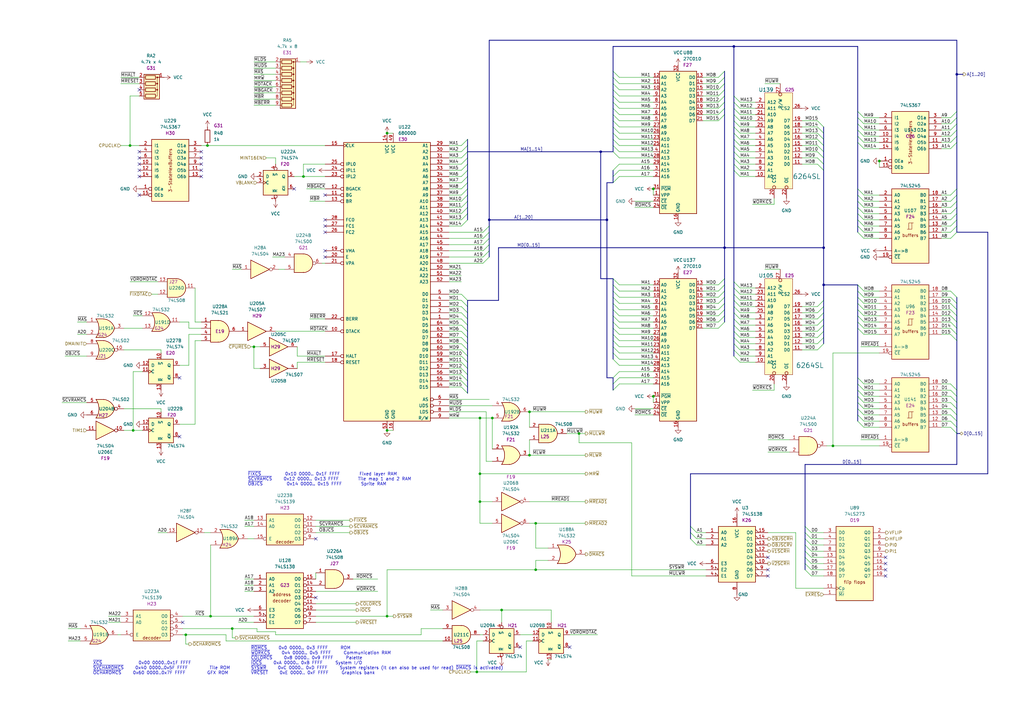
<source format=kicad_sch>
(kicad_sch (version 20230121) (generator eeschema)
  (paper "A3")
  (title_block (title "The Final Round") (date "2023-05-11") (company "Konami GX870") (comment 1 "CPU"))
  (junction (at 76.2 260.35))
  (junction (at 196.85 194.31))
  (junction (at 217.17 168.91))
  (junction (at 267.97 162.56))
  (junction (at 86.36 252.73))
  (junction (at 158.75 176.53))
  (junction (at 392.43 30.48))
  (junction (at 337.82 116.84))
  (junction (at 85.09 59.69))
  (junction (at 196.85 171.45))
  (junction (at 341.63 182.88))
  (junction (at 201.93 171.45))
  (junction (at 158.75 54.61))
  (junction (at 248.92 90.17))
  (junction (at 219.71 214.63))
  (junction (at 124.46 72.39))
  (junction (at 53.34 59.69))
  (junction (at 360.68 66.04))
  (junction (at 196.85 205.74))
  (junction (at 158.75 252.73))
  (junction (at 337.82 101.6))
  (junction (at 219.71 233.68))
  (junction (at 246.38 62.23))
  (junction (at 297.18 101.6))
  (junction (at 200.66 90.17))
  (junction (at 104.14 142.24))
  (junction (at 95.25 257.81))
  (junction (at 54.61 176.53))
  (junction (at 217.17 186.69))
  (junction (at 267.97 77.47))
  (junction (at 195.58 275.59))
  (junction (at 205.74 250.19))
  (junction (at 300.99 19.05))
  (junction (at 237.49 177.8))
  (no_connect (at 363.22 231.14))
  (no_connect (at 73.66 154.94))
  (no_connect (at 73.66 179.07))
  (no_connect (at 74.93 255.27))
  (no_connect (at 363.22 236.22))
  (no_connect (at 120.65 77.47))
  (no_connect (at 363.22 228.6))
  (no_connect (at 129.54 220.98))
  (no_connect (at 233.68 265.43))
  (no_connect (at 213.36 265.43))
  (no_connect (at 314.96 233.68))
  (no_connect (at 314.96 236.22))
  (no_connect (at 314.96 228.6))
  (no_connect (at 57.15 36.83))
  (no_connect (at 133.35 92.71))
  (no_connect (at 133.35 80.01))
  (no_connect (at 133.35 90.17))
  (no_connect (at 133.35 102.87))
  (no_connect (at 133.35 105.41))
  (no_connect (at 133.35 95.25))
  (no_connect (at 129.54 245.11))
  (no_connect (at 57.15 67.31))
  (no_connect (at 57.15 64.77))
  (no_connect (at 57.15 62.23))
  (no_connect (at 82.55 67.31))
  (no_connect (at 82.55 69.85))
  (no_connect (at 82.55 72.39))
  (no_connect (at 82.55 62.23))
  (no_connect (at 82.55 64.77))
  (no_connect (at 57.15 80.01))
  (no_connect (at 57.15 72.39))
  (no_connect (at 57.15 69.85))
  (no_connect (at 363.22 233.68))
  (bus_entry (at 335.28 130.81) (size 2.54 -2.54))
  (bus_entry (at 189.23 72.39) (size 2.54 -2.54))
  (bus_entry (at 389.89 132.08) (size 2.54 2.54))
  (bus_entry (at 389.89 127) (size 2.54 2.54))
  (bus_entry (at 254 149.86) (size -2.54 -2.54))
  (bus_entry (at 294.64 134.62) (size 2.54 -2.54))
  (bus_entry (at 189.23 125.73) (size 2.54 2.54))
  (bus_entry (at 294.64 127) (size 2.54 -2.54))
  (bus_entry (at 335.28 140.97) (size 2.54 -2.54))
  (bus_entry (at 330.2 233.68) (size 2.54 2.54))
  (bus_entry (at 351.79 92.71) (size 2.54 2.54))
  (bus_entry (at 330.2 218.44) (size 2.54 2.54))
  (bus_entry (at 300.99 41.91) (size 2.54 2.54))
  (bus_entry (at 330.2 226.06) (size 2.54 2.54))
  (bus_entry (at 189.23 158.75) (size 2.54 2.54))
  (bus_entry (at 254 49.53) (size -2.54 -2.54))
  (bus_entry (at 300.99 146.05) (size 2.54 2.54))
  (bus_entry (at 351.79 77.47) (size 2.54 2.54))
  (bus_entry (at 189.23 156.21) (size 2.54 2.54))
  (bus_entry (at 389.89 85.09) (size 2.54 -2.54))
  (bus_entry (at 351.79 134.62) (size 2.54 2.54))
  (bus_entry (at 351.79 132.08) (size 2.54 2.54))
  (bus_entry (at 335.28 125.73) (size 2.54 -2.54))
  (bus_entry (at 351.79 157.48) (size 2.54 2.54))
  (bus_entry (at 254 116.84) (size -2.54 -2.54))
  (bus_entry (at 251.46 157.48) (size 2.54 -2.54))
  (bus_entry (at 251.46 160.02) (size 2.54 -2.54))
  (bus_entry (at 251.46 154.94) (size 2.54 -2.54))
  (bus_entry (at 294.64 41.91) (size 2.54 -2.54))
  (bus_entry (at 389.89 134.62) (size 2.54 2.54))
  (bus_entry (at 335.28 54.61) (size 2.54 2.54))
  (bus_entry (at 389.89 157.48) (size 2.54 2.54))
  (bus_entry (at 189.23 80.01) (size 2.54 -2.54))
  (bus_entry (at 189.23 59.69) (size 2.54 -2.54))
  (bus_entry (at 300.99 67.31) (size 2.54 2.54))
  (bus_entry (at 254 139.7) (size -2.54 -2.54))
  (bus_entry (at 294.64 121.92) (size 2.54 -2.54))
  (bus_entry (at 335.28 57.15) (size 2.54 2.54))
  (bus_entry (at 294.64 116.84) (size 2.54 -2.54))
  (bus_entry (at 294.64 44.45) (size 2.54 -2.54))
  (bus_entry (at 351.79 87.63) (size 2.54 2.54))
  (bus_entry (at 300.99 62.23) (size 2.54 2.54))
  (bus_entry (at 389.89 119.38) (size 2.54 2.54))
  (bus_entry (at 189.23 123.19) (size 2.54 2.54))
  (bus_entry (at 198.12 102.87) (size 2.54 -2.54))
  (bus_entry (at 300.99 120.65) (size 2.54 2.54))
  (bus_entry (at 351.79 80.01) (size 2.54 2.54))
  (bus_entry (at 254 144.78) (size -2.54 -2.54))
  (bus_entry (at 389.89 60.96) (size 2.54 -2.54))
  (bus_entry (at 335.28 64.77) (size 2.54 2.54))
  (bus_entry (at 351.79 95.25) (size 2.54 2.54))
  (bus_entry (at 351.79 50.8) (size 2.54 2.54))
  (bus_entry (at 351.79 162.56) (size 2.54 2.54))
  (bus_entry (at 389.89 97.79) (size 2.54 -2.54))
  (bus_entry (at 351.79 116.84) (size 2.54 2.54))
  (bus_entry (at 254 137.16) (size -2.54 -2.54))
  (bus_entry (at 351.79 45.72) (size 2.54 2.54))
  (bus_entry (at 198.12 100.33) (size 2.54 -2.54))
  (bus_entry (at 189.23 62.23) (size 2.54 -2.54))
  (bus_entry (at 389.89 50.8) (size 2.54 -2.54))
  (bus_entry (at 189.23 77.47) (size 2.54 -2.54))
  (bus_entry (at 300.99 133.35) (size 2.54 2.54))
  (bus_entry (at 389.89 170.18) (size 2.54 2.54))
  (bus_entry (at 300.99 138.43) (size 2.54 2.54))
  (bus_entry (at 389.89 129.54) (size 2.54 2.54))
  (bus_entry (at 351.79 160.02) (size 2.54 2.54))
  (bus_entry (at 254 132.08) (size -2.54 -2.54))
  (bus_entry (at 254 36.83) (size -2.54 -2.54))
  (bus_entry (at 283.21 215.9) (size 2.54 2.54))
  (bus_entry (at 335.28 62.23) (size 2.54 2.54))
  (bus_entry (at 189.23 148.59) (size 2.54 2.54))
  (bus_entry (at 254 147.32) (size -2.54 -2.54))
  (bus_entry (at 300.99 143.51) (size 2.54 2.54))
  (bus_entry (at 389.89 48.26) (size 2.54 -2.54))
  (bus_entry (at 300.99 135.89) (size 2.54 2.54))
  (bus_entry (at 351.79 127) (size 2.54 2.54))
  (bus_entry (at 300.99 64.77) (size 2.54 2.54))
  (bus_entry (at 189.23 69.85) (size 2.54 -2.54))
  (bus_entry (at 300.99 57.15) (size 2.54 2.54))
  (bus_entry (at 254 62.23) (size -2.54 -2.54))
  (bus_entry (at 351.79 90.17) (size 2.54 2.54))
  (bus_entry (at 198.12 105.41) (size 2.54 -2.54))
  (bus_entry (at 254 129.54) (size -2.54 -2.54))
  (bus_entry (at 389.89 53.34) (size 2.54 -2.54))
  (bus_entry (at 254 31.75) (size -2.54 -2.54))
  (bus_entry (at 254 52.07) (size -2.54 -2.54))
  (bus_entry (at 330.2 220.98) (size 2.54 2.54))
  (bus_entry (at 294.64 39.37) (size 2.54 -2.54))
  (bus_entry (at 198.12 95.25) (size 2.54 -2.54))
  (bus_entry (at 351.79 167.64) (size 2.54 2.54))
  (bus_entry (at 189.23 133.35) (size 2.54 2.54))
  (bus_entry (at 389.89 95.25) (size 2.54 -2.54))
  (bus_entry (at 254 54.61) (size -2.54 -2.54))
  (bus_entry (at 294.64 49.53) (size 2.54 -2.54))
  (bus_entry (at 254 41.91) (size -2.54 -2.54))
  (bus_entry (at 330.2 223.52) (size 2.54 2.54))
  (bus_entry (at 254 39.37) (size -2.54 -2.54))
  (bus_entry (at 389.89 80.01) (size 2.54 -2.54))
  (bus_entry (at 189.23 130.81) (size 2.54 2.54))
  (bus_entry (at 283.21 218.44) (size 2.54 2.54))
  (bus_entry (at 300.99 115.57) (size 2.54 2.54))
  (bus_entry (at 389.89 121.92) (size 2.54 2.54))
  (bus_entry (at 300.99 69.85) (size 2.54 2.54))
  (bus_entry (at 389.89 160.02) (size 2.54 2.54))
  (bus_entry (at 189.23 140.97) (size 2.54 2.54))
  (bus_entry (at 294.64 34.29) (size 2.54 -2.54))
  (bus_entry (at 335.28 143.51) (size 2.54 -2.54))
  (bus_entry (at 300.99 130.81) (size 2.54 2.54))
  (bus_entry (at 389.89 172.72) (size 2.54 2.54))
  (bus_entry (at 389.89 55.88) (size 2.54 -2.54))
  (bus_entry (at 300.99 52.07) (size 2.54 2.54))
  (bus_entry (at 189.23 128.27) (size 2.54 2.54))
  (bus_entry (at 335.28 135.89) (size 2.54 -2.54))
  (bus_entry (at 254 121.92) (size -2.54 -2.54))
  (bus_entry (at 189.23 143.51) (size 2.54 2.54))
  (bus_entry (at 254 57.15) (size -2.54 -2.54))
  (bus_entry (at 330.2 228.6) (size 2.54 2.54))
  (bus_entry (at 300.99 128.27) (size 2.54 2.54))
  (bus_entry (at 330.2 215.9) (size 2.54 2.54))
  (bus_entry (at 251.46 74.93) (size 2.54 -2.54))
  (bus_entry (at 189.23 64.77) (size 2.54 -2.54))
  (bus_entry (at 189.23 146.05) (size 2.54 2.54))
  (bus_entry (at 389.89 137.16) (size 2.54 2.54))
  (bus_entry (at 189.23 135.89) (size 2.54 2.54))
  (bus_entry (at 389.89 162.56) (size 2.54 2.54))
  (bus_entry (at 389.89 58.42) (size 2.54 -2.54))
  (bus_entry (at 351.79 129.54) (size 2.54 2.54))
  (bus_entry (at 251.46 69.85) (size 2.54 -2.54))
  (bus_entry (at 300.99 125.73) (size 2.54 2.54))
  (bus_entry (at 189.23 138.43) (size 2.54 2.54))
  (bus_entry (at 351.79 119.38) (size 2.54 2.54))
  (bus_entry (at 300.99 54.61) (size 2.54 2.54))
  (bus_entry (at 254 44.45) (size -2.54 -2.54))
  (bus_entry (at 300.99 46.99) (size 2.54 2.54))
  (bus_entry (at 351.79 170.18) (size 2.54 2.54))
  (bus_entry (at 300.99 49.53) (size 2.54 2.54))
  (bus_entry (at 189.23 82.55) (size 2.54 -2.54))
  (bus_entry (at 189.23 85.09) (size 2.54 -2.54))
  (bus_entry (at 189.23 87.63) (size 2.54 -2.54))
  (bus_entry (at 189.23 90.17) (size 2.54 -2.54))
  (bus_entry (at 189.23 92.71) (size 2.54 -2.54))
  (bus_entry (at 189.23 120.65) (size 2.54 2.54))
  (bus_entry (at 389.89 82.55) (size 2.54 -2.54))
  (bus_entry (at 389.89 167.64) (size 2.54 2.54))
  (bus_entry (at 254 124.46) (size -2.54 -2.54))
  (bus_entry (at 300.99 44.45) (size 2.54 2.54))
  (bus_entry (at 351.79 85.09) (size 2.54 2.54))
  (bus_entry (at 294.64 36.83) (size 2.54 -2.54))
  (bus_entry (at 389.89 90.17) (size 2.54 -2.54))
  (bus_entry (at 254 59.69) (size -2.54 -2.54))
  (bus_entry (at 294.64 132.08) (size 2.54 -2.54))
  (bus_entry (at 254 127) (size -2.54 -2.54))
  (bus_entry (at 335.28 67.31) (size 2.54 2.54))
  (bus_entry (at 351.79 165.1) (size 2.54 2.54))
  (bus_entry (at 254 142.24) (size -2.54 -2.54))
  (bus_entry (at 335.28 133.35) (size 2.54 -2.54))
  (bus_entry (at 198.12 97.79) (size 2.54 -2.54))
  (bus_entry (at 335.28 52.07) (size 2.54 2.54))
  (bus_entry (at 351.79 154.94) (size 2.54 2.54))
  (bus_entry (at 351.79 58.42) (size 2.54 2.54))
  (bus_entry (at 389.89 175.26) (size 2.54 2.54))
  (bus_entry (at 254 119.38) (size -2.54 -2.54))
  (bus_entry (at 254 34.29) (size -2.54 -2.54))
  (bus_entry (at 251.46 72.39) (size 2.54 -2.54))
  (bus_entry (at 300.99 123.19) (size 2.54 2.54))
  (bus_entry (at 189.23 74.93) (size 2.54 -2.54))
  (bus_entry (at 335.28 59.69) (size 2.54 2.54))
  (bus_entry (at 189.23 153.67) (size 2.54 2.54))
  (bus_entry (at 254 46.99) (size -2.54 -2.54))
  (bus_entry (at 189.23 67.31) (size 2.54 -2.54))
  (bus_entry (at 294.64 124.46) (size 2.54 -2.54))
  (bus_entry (at 198.12 107.95) (size 2.54 -2.54))
  (bus_entry (at 254 64.77) (size -2.54 -2.54))
  (bus_entry (at 351.79 121.92) (size 2.54 2.54))
  (bus_entry (at 294.64 129.54) (size 2.54 -2.54))
  (bus_entry (at 389.89 124.46) (size 2.54 2.54))
  (bus_entry (at 351.79 172.72) (size 2.54 2.54))
  (bus_entry (at 389.89 87.63) (size 2.54 -2.54))
  (bus_entry (at 300.99 59.69) (size 2.54 2.54))
  (bus_entry (at 300.99 39.37) (size 2.54 2.54))
  (bus_entry (at 330.2 231.14) (size 2.54 2.54))
  (bus_entry (at 351.79 53.34) (size 2.54 2.54))
  (bus_entry (at 351.79 48.26) (size 2.54 2.54))
  (bus_entry (at 351.79 124.46) (size 2.54 2.54))
  (bus_entry (at 300.99 118.11) (size 2.54 2.54))
  (bus_entry (at 335.28 49.53) (size 2.54 2.54))
  (bus_entry (at 335.28 138.43) (size 2.54 -2.54))
  (bus_entry (at 300.99 140.97) (size 2.54 2.54))
  (bus_entry (at 389.89 165.1) (size 2.54 2.54))
  (bus_entry (at 283.21 220.98) (size 2.54 2.54))
  (bus_entry (at 294.64 31.75) (size 2.54 -2.54))
  (bus_entry (at 189.23 151.13) (size 2.54 2.54))
  (bus_entry (at 294.64 46.99) (size 2.54 -2.54))
  (bus_entry (at 335.28 128.27) (size 2.54 -2.54))
  (bus_entry (at 294.64 119.38) (size 2.54 -2.54))
  (bus_entry (at 351.79 55.88) (size 2.54 2.54))
  (bus_entry (at 254 134.62) (size -2.54 -2.54))
  (bus_entry (at 389.89 92.71) (size 2.54 -2.54))
  (bus_entry (at 351.79 82.55) (size 2.54 2.54))
  (wire (pts (xy 386.08 82.55) (xy 389.89 82.55)))
  (wire (pts (xy 288.29 124.46) (xy 294.64 124.46)))
  (bus (pts (xy 337.82 69.85) (xy 337.82 101.6)))
  (wire (pts (xy 260.35 82.55) (xy 267.97 82.55)))
  (bus (pts (xy 392.43 45.72) (xy 392.43 30.48)))
  (wire (pts (xy 254 52.07) (xy 267.97 52.07)))
  (wire (pts (xy 158.75 54.61) (xy 161.29 54.61)))
  (wire (pts (xy 386.08 127) (xy 389.89 127)))
  (bus (pts (xy 251.46 34.29) (xy 251.46 36.83)))
  (wire (pts (xy 77.47 149.86) (xy 73.66 149.86)))
  (wire (pts (xy 80.01 132.08) (xy 82.55 132.08)))
  (wire (pts (xy 196.85 205.74) (xy 196.85 214.63)))
  (wire (pts (xy 328.93 57.15) (xy 335.28 57.15)))
  (wire (pts (xy 184.15 77.47) (xy 189.23 77.47)))
  (bus (pts (xy 300.99 128.27) (xy 300.99 125.73)))
  (bus (pts (xy 337.82 101.6) (xy 337.82 116.84)))
  (bus (pts (xy 337.82 67.31) (xy 337.82 69.85)))
  (wire (pts (xy 360.68 66.04) (xy 360.68 68.58)))
  (wire (pts (xy 215.9 262.89) (xy 215.9 275.59)))
  (wire (pts (xy 254 34.29) (xy 267.97 34.29)))
  (bus (pts (xy 337.82 59.69) (xy 337.82 62.23)))
  (bus (pts (xy 191.77 161.29) (xy 191.77 158.75)))
  (wire (pts (xy 73.66 132.08) (xy 77.47 132.08)))
  (wire (pts (xy 354.33 58.42) (xy 360.68 58.42)))
  (bus (pts (xy 337.82 116.84) (xy 351.79 116.84)))
  (bus (pts (xy 351.79 129.54) (xy 351.79 132.08)))
  (bus (pts (xy 248.92 74.93) (xy 251.46 74.93)))
  (wire (pts (xy 100.33 242.57) (xy 104.14 242.57)))
  (wire (pts (xy 196.85 260.35) (xy 198.12 260.35)))
  (bus (pts (xy 392.43 177.8) (xy 392.43 190.5)))
  (wire (pts (xy 219.71 229.87) (xy 219.71 233.68)))
  (wire (pts (xy 124.46 67.31) (xy 133.35 67.31)))
  (wire (pts (xy 121.92 146.05) (xy 133.35 146.05)))
  (wire (pts (xy 113.03 259.08) (xy 113.03 260.35)))
  (wire (pts (xy 386.08 97.79) (xy 389.89 97.79)))
  (bus (pts (xy 191.77 57.15) (xy 191.77 59.69)))
  (wire (pts (xy 53.34 59.69) (xy 53.34 39.37)))
  (wire (pts (xy 201.93 171.45) (xy 201.93 184.15)))
  (bus (pts (xy 351.79 50.8) (xy 351.79 53.34)))
  (wire (pts (xy 100.33 240.03) (xy 104.14 240.03)))
  (wire (pts (xy 224.79 229.87) (xy 219.71 229.87)))
  (wire (pts (xy 217.17 205.74) (xy 240.03 205.74)))
  (wire (pts (xy 184.15 153.67) (xy 189.23 153.67)))
  (bus (pts (xy 251.46 124.46) (xy 251.46 127)))
  (wire (pts (xy 386.08 90.17) (xy 389.89 90.17)))
  (bus (pts (xy 337.82 123.19) (xy 337.82 125.73)))
  (wire (pts (xy 303.53 118.11) (xy 309.88 118.11)))
  (bus (pts (xy 300.99 57.15) (xy 300.99 54.61)))
  (wire (pts (xy 303.53 140.97) (xy 309.88 140.97)))
  (wire (pts (xy 129.54 218.44) (xy 143.51 218.44)))
  (bus (pts (xy 351.79 165.1) (xy 351.79 167.64)))
  (wire (pts (xy 102.87 142.24) (xy 104.14 142.24)))
  (bus (pts (xy 351.79 124.46) (xy 351.79 127)))
  (wire (pts (xy 267.97 162.56) (xy 267.97 165.1)))
  (wire (pts (xy 158.75 233.68) (xy 158.75 252.73)))
  (wire (pts (xy 354.33 60.96) (xy 360.68 60.96)))
  (wire (pts (xy 328.93 143.51) (xy 335.28 143.51)))
  (wire (pts (xy 332.74 218.44) (xy 337.82 218.44)))
  (wire (pts (xy 354.33 160.02) (xy 360.68 160.02)))
  (wire (pts (xy 360.68 144.78) (xy 341.63 144.78)))
  (bus (pts (xy 337.82 57.15) (xy 337.82 59.69)))
  (bus (pts (xy 392.43 80.01) (xy 392.43 77.47)))
  (wire (pts (xy 254 36.83) (xy 267.97 36.83)))
  (wire (pts (xy 354.33 134.62) (xy 360.68 134.62)))
  (bus (pts (xy 191.77 85.09) (xy 191.77 87.63)))
  (wire (pts (xy 121.92 151.13) (xy 121.92 148.59)))
  (wire (pts (xy 386.08 92.71) (xy 389.89 92.71)))
  (bus (pts (xy 330.2 223.52) (xy 330.2 226.06)))
  (wire (pts (xy 354.33 92.71) (xy 360.68 92.71)))
  (wire (pts (xy 386.08 85.09) (xy 389.89 85.09)))
  (wire (pts (xy 109.22 64.77) (xy 113.03 64.77)))
  (bus (pts (xy 300.99 120.65) (xy 300.99 118.11)))
  (wire (pts (xy 354.33 162.56) (xy 360.68 162.56)))
  (bus (pts (xy 300.99 41.91) (xy 300.99 39.37)))
  (bus (pts (xy 337.82 130.81) (xy 337.82 133.35)))
  (wire (pts (xy 332.74 223.52) (xy 337.82 223.52)))
  (bus (pts (xy 251.46 160.02) (xy 251.46 157.48)))
  (bus (pts (xy 191.77 151.13) (xy 191.77 148.59)))
  (bus (pts (xy 392.43 30.48) (xy 394.97 30.48)))
  (wire (pts (xy 386.08 50.8) (xy 389.89 50.8)))
  (wire (pts (xy 288.29 119.38) (xy 294.64 119.38)))
  (wire (pts (xy 76.2 260.35) (xy 92.71 260.35)))
  (wire (pts (xy 184.15 156.21) (xy 189.23 156.21)))
  (wire (pts (xy 184.15 97.79) (xy 198.12 97.79)))
  (wire (pts (xy 314.96 218.44) (xy 326.39 218.44)))
  (bus (pts (xy 251.46 54.61) (xy 251.46 57.15)))
  (wire (pts (xy 77.47 137.16) (xy 77.47 149.86)))
  (bus (pts (xy 251.46 69.85) (xy 251.46 72.39)))
  (wire (pts (xy 95.25 257.81) (xy 105.41 257.81)))
  (bus (pts (xy 337.82 125.73) (xy 337.82 128.27)))
  (wire (pts (xy 254 152.4) (xy 267.97 152.4)))
  (wire (pts (xy 53.34 115.57) (xy 64.77 115.57)))
  (wire (pts (xy 196.85 205.74) (xy 201.93 205.74)))
  (wire (pts (xy 303.53 64.77) (xy 309.88 64.77)))
  (wire (pts (xy 254 127) (xy 267.97 127)))
  (wire (pts (xy 332.74 226.06) (xy 337.82 226.06)))
  (bus (pts (xy 300.99 19.05) (xy 351.79 19.05)))
  (bus (pts (xy 297.18 119.38) (xy 297.18 121.92)))
  (wire (pts (xy 288.29 46.99) (xy 294.64 46.99)))
  (wire (pts (xy 54.61 152.4) (xy 54.61 176.53)))
  (bus (pts (xy 251.46 46.99) (xy 251.46 49.53)))
  (bus (pts (xy 251.46 137.16) (xy 251.46 139.7)))
  (bus (pts (xy 392.43 90.17) (xy 392.43 87.63)))
  (wire (pts (xy 44.45 255.27) (xy 49.53 255.27)))
  (bus (pts (xy 405.13 95.25) (xy 392.43 95.25)))
  (wire (pts (xy 260.35 167.64) (xy 267.97 167.64)))
  (wire (pts (xy 328.93 135.89) (xy 335.28 135.89)))
  (bus (pts (xy 300.99 39.37) (xy 300.99 19.05)))
  (bus (pts (xy 351.79 90.17) (xy 351.79 92.71)))
  (bus (pts (xy 330.2 215.9) (xy 330.2 218.44)))
  (wire (pts (xy 341.63 182.88) (xy 360.68 182.88)))
  (bus (pts (xy 337.82 116.84) (xy 337.82 123.19)))
  (bus (pts (xy 300.99 143.51) (xy 300.99 140.97)))
  (wire (pts (xy 31.75 132.08) (xy 35.56 132.08)))
  (wire (pts (xy 104.14 40.64) (xy 113.03 40.64)))
  (wire (pts (xy 184.15 82.55) (xy 189.23 82.55)))
  (wire (pts (xy 288.29 31.75) (xy 294.64 31.75)))
  (wire (pts (xy 58.42 134.62) (xy 50.8 134.62)))
  (wire (pts (xy 172.72 257.81) (xy 181.61 257.81)))
  (bus (pts (xy 351.79 82.55) (xy 351.79 85.09)))
  (bus (pts (xy 405.13 194.31) (xy 405.13 95.25)))
  (bus (pts (xy 191.77 67.31) (xy 191.77 69.85)))
  (wire (pts (xy 254 147.32) (xy 267.97 147.32)))
  (bus (pts (xy 330.2 226.06) (xy 330.2 228.6)))
  (wire (pts (xy 386.08 55.88) (xy 389.89 55.88)))
  (bus (pts (xy 300.99 67.31) (xy 300.99 64.77)))
  (wire (pts (xy 129.54 252.73) (xy 158.75 252.73)))
  (bus (pts (xy 251.46 154.94) (xy 248.92 154.94)))
  (wire (pts (xy 158.75 252.73) (xy 161.29 252.73)))
  (bus (pts (xy 251.46 72.39) (xy 251.46 74.93)))
  (wire (pts (xy 184.15 140.97) (xy 189.23 140.97)))
  (bus (pts (xy 392.43 127) (xy 392.43 129.54)))
  (wire (pts (xy 104.14 38.1) (xy 113.03 38.1)))
  (wire (pts (xy 184.15 163.83) (xy 200.66 163.83)))
  (wire (pts (xy 328.93 140.97) (xy 335.28 140.97)))
  (wire (pts (xy 217.17 168.91) (xy 217.17 175.26)))
  (wire (pts (xy 113.03 64.77) (xy 113.03 67.31)))
  (wire (pts (xy 303.53 135.89) (xy 309.88 135.89)))
  (wire (pts (xy 196.85 194.31) (xy 196.85 171.45)))
  (bus (pts (xy 300.99 115.57) (xy 300.99 69.85)))
  (wire (pts (xy 289.56 236.22) (xy 259.08 236.22)))
  (wire (pts (xy 386.08 58.42) (xy 389.89 58.42)))
  (bus (pts (xy 392.43 160.02) (xy 392.43 162.56)))
  (bus (pts (xy 297.18 121.92) (xy 297.18 124.46)))
  (wire (pts (xy 354.33 127) (xy 360.68 127)))
  (bus (pts (xy 392.43 137.16) (xy 392.43 139.7)))
  (wire (pts (xy 303.53 67.31) (xy 309.88 67.31)))
  (wire (pts (xy 328.93 59.69) (xy 335.28 59.69)))
  (wire (pts (xy 332.74 236.22) (xy 337.82 236.22)))
  (wire (pts (xy 328.93 67.31) (xy 335.28 67.31)))
  (bus (pts (xy 200.66 97.79) (xy 200.66 100.33)))
  (wire (pts (xy 95.25 261.62) (xy 96.52 261.62)))
  (bus (pts (xy 191.77 125.73) (xy 191.77 123.19)))
  (wire (pts (xy 58.42 152.4) (xy 54.61 152.4)))
  (wire (pts (xy 254 46.99) (xy 267.97 46.99)))
  (wire (pts (xy 44.45 252.73) (xy 49.53 252.73)))
  (bus (pts (xy 200.66 95.25) (xy 200.66 92.71)))
  (bus (pts (xy 251.46 31.75) (xy 251.46 34.29)))
  (wire (pts (xy 184.15 87.63) (xy 189.23 87.63)))
  (bus (pts (xy 392.43 92.71) (xy 392.43 90.17)))
  (wire (pts (xy 104.14 35.56) (xy 113.03 35.56)))
  (wire (pts (xy 127 82.55) (xy 133.35 82.55)))
  (wire (pts (xy 354.33 82.55) (xy 360.68 82.55)))
  (wire (pts (xy 66.04 167.64) (xy 66.04 168.91)))
  (bus (pts (xy 392.43 50.8) (xy 392.43 48.26)))
  (wire (pts (xy 353.06 142.24) (xy 360.68 142.24)))
  (wire (pts (xy 317.5 160.02) (xy 317.5 157.48)))
  (wire (pts (xy 184.15 110.49) (xy 189.23 110.49)))
  (wire (pts (xy 218.44 262.89) (xy 215.9 262.89)))
  (bus (pts (xy 204.47 101.6) (xy 204.47 123.19)))
  (wire (pts (xy 129.54 215.9) (xy 143.51 215.9)))
  (wire (pts (xy 49.53 34.29) (xy 57.15 34.29)))
  (wire (pts (xy 386.08 157.48) (xy 389.89 157.48)))
  (bus (pts (xy 351.79 58.42) (xy 351.79 77.47)))
  (wire (pts (xy 328.93 128.27) (xy 335.28 128.27)))
  (wire (pts (xy 254 132.08) (xy 267.97 132.08)))
  (wire (pts (xy 303.53 130.81) (xy 309.88 130.81)))
  (wire (pts (xy 111.76 105.41) (xy 116.84 105.41)))
  (wire (pts (xy 105.41 257.81) (xy 105.41 259.08)))
  (bus (pts (xy 251.46 116.84) (xy 251.46 119.38)))
  (wire (pts (xy 328.93 64.77) (xy 335.28 64.77)))
  (bus (pts (xy 251.46 114.3) (xy 251.46 116.84)))
  (bus (pts (xy 337.82 64.77) (xy 337.82 67.31)))
  (wire (pts (xy 184.15 64.77) (xy 189.23 64.77)))
  (wire (pts (xy 77.47 134.62) (xy 82.55 134.62)))
  (bus (pts (xy 351.79 85.09) (xy 351.79 87.63)))
  (bus (pts (xy 191.77 59.69) (xy 191.77 62.23)))
  (bus (pts (xy 297.18 44.45) (xy 297.18 46.99)))
  (wire (pts (xy 196.85 214.63) (xy 201.93 214.63)))
  (wire (pts (xy 328.93 52.07) (xy 335.28 52.07)))
  (bus (pts (xy 191.77 135.89) (xy 191.77 133.35)))
  (wire (pts (xy 77.47 132.08) (xy 77.47 134.62)))
  (wire (pts (xy 195.58 275.59) (xy 195.58 262.89)))
  (wire (pts (xy 172.72 260.35) (xy 172.72 257.81)))
  (bus (pts (xy 351.79 48.26) (xy 351.79 50.8)))
  (wire (pts (xy 184.15 80.01) (xy 189.23 80.01)))
  (wire (pts (xy 184.15 125.73) (xy 189.23 125.73)))
  (wire (pts (xy 354.33 90.17) (xy 360.68 90.17)))
  (wire (pts (xy 288.29 36.83) (xy 294.64 36.83)))
  (bus (pts (xy 191.77 143.51) (xy 191.77 140.97)))
  (wire (pts (xy 219.71 233.68) (xy 289.56 233.68)))
  (bus (pts (xy 251.46 142.24) (xy 251.46 144.78)))
  (wire (pts (xy 332.74 233.68) (xy 337.82 233.68)))
  (wire (pts (xy 254 44.45) (xy 267.97 44.45)))
  (wire (pts (xy 217.17 180.34) (xy 217.17 186.69)))
  (wire (pts (xy 240.03 194.31) (xy 196.85 194.31)))
  (bus (pts (xy 300.99 133.35) (xy 300.99 130.81)))
  (wire (pts (xy 133.35 72.39) (xy 124.46 72.39)))
  (wire (pts (xy 303.53 41.91) (xy 309.88 41.91)))
  (wire (pts (xy 328.93 62.23) (xy 335.28 62.23)))
  (wire (pts (xy 104.14 25.4) (xy 113.03 25.4)))
  (wire (pts (xy 354.33 170.18) (xy 360.68 170.18)))
  (bus (pts (xy 337.82 62.23) (xy 337.82 64.77)))
  (wire (pts (xy 332.74 228.6) (xy 337.82 228.6)))
  (bus (pts (xy 330.2 190.5) (xy 330.2 215.9)))
  (bus (pts (xy 392.43 172.72) (xy 392.43 175.26)))
  (bus (pts (xy 200.66 102.87) (xy 200.66 105.41)))
  (bus (pts (xy 200.66 97.79) (xy 200.66 95.25)))
  (wire (pts (xy 48.26 260.35) (xy 49.53 260.35)))
  (wire (pts (xy 226.06 270.51) (xy 224.79 270.51)))
  (bus (pts (xy 283.21 215.9) (xy 283.21 194.31)))
  (wire (pts (xy 104.14 142.24) (xy 104.14 151.13)))
  (wire (pts (xy 354.33 121.92) (xy 360.68 121.92)))
  (wire (pts (xy 285.75 220.98) (xy 289.56 220.98)))
  (wire (pts (xy 104.14 27.94) (xy 113.03 27.94)))
  (wire (pts (xy 354.33 85.09) (xy 360.68 85.09)))
  (wire (pts (xy 314.96 180.34) (xy 323.85 180.34)))
  (wire (pts (xy 184.15 123.19) (xy 189.23 123.19)))
  (wire (pts (xy 184.15 90.17) (xy 189.23 90.17)))
  (bus (pts (xy 251.46 144.78) (xy 251.46 147.32)))
  (bus (pts (xy 251.46 119.38) (xy 251.46 121.92)))
  (wire (pts (xy 129.54 255.27) (xy 146.05 255.27)))
  (bus (pts (xy 191.77 130.81) (xy 191.77 128.27)))
  (bus (pts (xy 191.77 77.47) (xy 191.77 80.01)))
  (bus (pts (xy 191.77 80.01) (xy 191.77 82.55)))
  (bus (pts (xy 392.43 177.8) (xy 393.7 177.8)))
  (bus (pts (xy 191.77 128.27) (xy 191.77 125.73)))
  (bus (pts (xy 351.79 160.02) (xy 351.79 162.56)))
  (wire (pts (xy 184.15 148.59) (xy 189.23 148.59)))
  (wire (pts (xy 254 124.46) (xy 267.97 124.46)))
  (wire (pts (xy 254 137.16) (xy 267.97 137.16)))
  (wire (pts (xy 288.29 134.62) (xy 294.64 134.62)))
  (wire (pts (xy 213.36 260.35) (xy 218.44 260.35)))
  (wire (pts (xy 303.53 138.43) (xy 309.88 138.43)))
  (wire (pts (xy 254 157.48) (xy 267.97 157.48)))
  (wire (pts (xy 158.75 233.68) (xy 219.71 233.68)))
  (bus (pts (xy 283.21 194.31) (xy 405.13 194.31)))
  (wire (pts (xy 176.53 250.19) (xy 181.61 250.19)))
  (wire (pts (xy 184.15 135.89) (xy 189.23 135.89)))
  (wire (pts (xy 196.85 171.45) (xy 201.93 171.45)))
  (wire (pts (xy 76.2 260.35) (xy 74.93 260.35)))
  (wire (pts (xy 129.54 213.36) (xy 143.51 213.36)))
  (wire (pts (xy 53.34 59.69) (xy 57.15 59.69)))
  (wire (pts (xy 313.69 110.49) (xy 320.04 110.49)))
  (wire (pts (xy 50.8 176.53) (xy 54.61 176.53)))
  (wire (pts (xy 196.85 194.31) (xy 196.85 205.74)))
  (wire (pts (xy 288.29 44.45) (xy 294.64 44.45)))
  (wire (pts (xy 104.14 142.24) (xy 106.68 142.24)))
  (wire (pts (xy 254 149.86) (xy 267.97 149.86)))
  (bus (pts (xy 351.79 87.63) (xy 351.79 90.17)))
  (wire (pts (xy 254 59.69) (xy 267.97 59.69)))
  (bus (pts (xy 297.18 39.37) (xy 297.18 41.91)))
  (wire (pts (xy 317.5 83.82) (xy 317.5 81.28)))
  (wire (pts (xy 50.8 167.64) (xy 66.04 167.64)))
  (bus (pts (xy 191.77 62.23) (xy 191.77 64.77)))
  (wire (pts (xy 132.08 107.95) (xy 133.35 107.95)))
  (wire (pts (xy 328.93 54.61) (xy 335.28 54.61)))
  (bus (pts (xy 351.79 170.18) (xy 351.79 172.72)))
  (bus (pts (xy 251.46 132.08) (xy 251.46 134.62)))
  (bus (pts (xy 392.43 134.62) (xy 392.43 137.16)))
  (wire (pts (xy 104.14 151.13) (xy 106.68 151.13)))
  (bus (pts (xy 251.46 52.07) (xy 251.46 54.61)))
  (wire (pts (xy 27.94 262.89) (xy 33.02 262.89)))
  (wire (pts (xy 54.61 129.54) (xy 58.42 129.54)))
  (bus (pts (xy 191.77 62.23) (xy 246.38 62.23)))
  (bus (pts (xy 392.43 82.55) (xy 392.43 80.01)))
  (bus (pts (xy 251.46 36.83) (xy 251.46 39.37)))
  (wire (pts (xy 199.39 168.91) (xy 199.39 189.23)))
  (wire (pts (xy 53.34 39.37) (xy 57.15 39.37)))
  (wire (pts (xy 193.04 275.59) (xy 195.58 275.59)))
  (bus (pts (xy 251.46 39.37) (xy 251.46 41.91)))
  (wire (pts (xy 217.17 168.91) (xy 240.03 168.91)))
  (wire (pts (xy 254 62.23) (xy 267.97 62.23)))
  (wire (pts (xy 184.15 105.41) (xy 198.12 105.41)))
  (bus (pts (xy 200.66 16.51) (xy 392.43 16.51)))
  (wire (pts (xy 308.61 83.82) (xy 317.5 83.82)))
  (wire (pts (xy 49.53 31.75) (xy 57.15 31.75)))
  (bus (pts (xy 337.82 138.43) (xy 337.82 140.97)))
  (bus (pts (xy 351.79 132.08) (xy 351.79 134.62)))
  (bus (pts (xy 392.43 87.63) (xy 392.43 85.09)))
  (bus (pts (xy 200.66 92.71) (xy 200.66 90.17)))
  (bus (pts (xy 330.2 220.98) (xy 330.2 223.52)))
  (wire (pts (xy 354.33 55.88) (xy 360.68 55.88)))
  (wire (pts (xy 27.94 257.81) (xy 33.02 257.81)))
  (bus (pts (xy 392.43 132.08) (xy 392.43 134.62)))
  (wire (pts (xy 254 67.31) (xy 267.97 67.31)))
  (bus (pts (xy 283.21 220.98) (xy 283.21 218.44)))
  (wire (pts (xy 354.33 132.08) (xy 360.68 132.08)))
  (bus (pts (xy 330.2 228.6) (xy 330.2 231.14)))
  (wire (pts (xy 386.08 124.46) (xy 389.89 124.46)))
  (wire (pts (xy 303.53 46.99) (xy 309.88 46.99)))
  (bus (pts (xy 392.43 190.5) (xy 330.2 190.5)))
  (wire (pts (xy 184.15 171.45) (xy 196.85 171.45)))
  (bus (pts (xy 351.79 19.05) (xy 351.79 45.72)))
  (wire (pts (xy 205.74 250.19) (xy 226.06 250.19)))
  (wire (pts (xy 354.33 50.8) (xy 360.68 50.8)))
  (wire (pts (xy 196.85 250.19) (xy 205.74 250.19)))
  (wire (pts (xy 82.55 59.69) (xy 85.09 59.69)))
  (bus (pts (xy 251.46 121.92) (xy 251.46 124.46)))
  (bus (pts (xy 337.82 135.89) (xy 337.82 138.43)))
  (wire (pts (xy 184.15 92.71) (xy 189.23 92.71)))
  (wire (pts (xy 314.96 185.42) (xy 323.85 185.42)))
  (bus (pts (xy 191.77 138.43) (xy 191.77 135.89)))
  (bus (pts (xy 204.47 101.6) (xy 297.18 101.6)))
  (wire (pts (xy 354.33 97.79) (xy 360.68 97.79)))
  (wire (pts (xy 104.14 43.18) (xy 113.03 43.18)))
  (wire (pts (xy 95.25 110.49) (xy 99.06 110.49)))
  (bus (pts (xy 191.77 148.59) (xy 191.77 146.05)))
  (wire (pts (xy 184.15 59.69) (xy 189.23 59.69)))
  (wire (pts (xy 285.75 223.52) (xy 289.56 223.52)))
  (bus (pts (xy 351.79 53.34) (xy 351.79 55.88)))
  (wire (pts (xy 328.93 130.81) (xy 335.28 130.81)))
  (bus (pts (xy 200.66 100.33) (xy 200.66 102.87)))
  (wire (pts (xy 328.93 133.35) (xy 335.28 133.35)))
  (wire (pts (xy 184.15 138.43) (xy 189.23 138.43)))
  (wire (pts (xy 86.36 223.52) (xy 86.36 252.73)))
  (wire (pts (xy 303.53 69.85) (xy 309.88 69.85)))
  (bus (pts (xy 392.43 48.26) (xy 392.43 45.72)))
  (wire (pts (xy 386.08 137.16) (xy 389.89 137.16)))
  (wire (pts (xy 184.15 74.93) (xy 189.23 74.93)))
  (wire (pts (xy 353.06 180.34) (xy 360.68 180.34)))
  (wire (pts (xy 85.09 59.69) (xy 133.35 59.69)))
  (wire (pts (xy 303.53 125.73) (xy 309.88 125.73)))
  (wire (pts (xy 74.93 252.73) (xy 86.36 252.73)))
  (bus (pts (xy 251.46 129.54) (xy 251.46 132.08)))
  (wire (pts (xy 215.9 275.59) (xy 195.58 275.59)))
  (bus (pts (xy 392.43 167.64) (xy 392.43 170.18)))
  (bus (pts (xy 300.99 130.81) (xy 300.99 128.27)))
  (wire (pts (xy 288.29 41.91) (xy 294.64 41.91)))
  (wire (pts (xy 303.53 133.35) (xy 309.88 133.35)))
  (bus (pts (xy 248.92 90.17) (xy 248.92 154.94)))
  (wire (pts (xy 184.15 158.75) (xy 189.23 158.75)))
  (wire (pts (xy 328.93 49.53) (xy 335.28 49.53)))
  (wire (pts (xy 254 57.15) (xy 267.97 57.15)))
  (wire (pts (xy 354.33 48.26) (xy 360.68 48.26)))
  (wire (pts (xy 354.33 124.46) (xy 360.68 124.46)))
  (wire (pts (xy 386.08 119.38) (xy 389.89 119.38)))
  (wire (pts (xy 254 41.91) (xy 267.97 41.91)))
  (wire (pts (xy 237.49 181.61) (xy 237.49 177.8)))
  (wire (pts (xy 184.15 95.25) (xy 198.12 95.25)))
  (wire (pts (xy 80.01 118.11) (xy 80.01 132.08)))
  (bus (pts (xy 297.18 29.21) (xy 297.18 31.75)))
  (wire (pts (xy 158.75 176.53) (xy 161.29 176.53)))
  (bus (pts (xy 248.92 90.17) (xy 248.92 74.93)))
  (wire (pts (xy 303.53 57.15) (xy 309.88 57.15)))
  (wire (pts (xy 386.08 134.62) (xy 389.89 134.62)))
  (wire (pts (xy 308.61 160.02) (xy 317.5 160.02)))
  (wire (pts (xy 184.15 143.51) (xy 189.23 143.51)))
  (wire (pts (xy 354.33 53.34) (xy 360.68 53.34)))
  (wire (pts (xy 219.71 214.63) (xy 240.03 214.63)))
  (wire (pts (xy 123.19 25.4) (xy 125.73 25.4)))
  (bus (pts (xy 191.77 140.97) (xy 191.77 138.43)))
  (bus (pts (xy 297.18 101.6) (xy 297.18 114.3)))
  (wire (pts (xy 50.8 143.51) (xy 66.04 143.51)))
  (wire (pts (xy 101.6 220.98) (xy 104.14 220.98)))
  (wire (pts (xy 254 49.53) (xy 267.97 49.53)))
  (wire (pts (xy 92.71 260.35) (xy 92.71 262.89)))
  (bus (pts (xy 297.18 101.6) (xy 337.82 101.6)))
  (wire (pts (xy 386.08 165.1) (xy 389.89 165.1)))
  (wire (pts (xy 184.15 113.03) (xy 189.23 113.03)))
  (wire (pts (xy 129.54 247.65) (xy 146.05 247.65)))
  (bus (pts (xy 297.18 34.29) (xy 297.18 36.83)))
  (bus (pts (xy 251.46 157.48) (xy 251.46 154.94)))
  (wire (pts (xy 354.33 119.38) (xy 360.68 119.38)))
  (bus (pts (xy 191.77 72.39) (xy 191.77 74.93)))
  (wire (pts (xy 254 39.37) (xy 267.97 39.37)))
  (bus (pts (xy 392.43 53.34) (xy 392.43 50.8)))
  (bus (pts (xy 246.38 62.23) (xy 246.38 114.3)))
  (wire (pts (xy 95.25 257.81) (xy 95.25 261.62)))
  (bus (pts (xy 337.82 52.07) (xy 337.82 54.61)))
  (bus (pts (xy 191.77 158.75) (xy 191.77 156.21)))
  (wire (pts (xy 82.55 139.7) (xy 80.01 139.7)))
  (bus (pts (xy 392.43 121.92) (xy 392.43 124.46)))
  (wire (pts (xy 113.03 135.89) (xy 133.35 135.89)))
  (wire (pts (xy 121.92 148.59) (xy 133.35 148.59)))
  (bus (pts (xy 300.99 46.99) (xy 300.99 44.45)))
  (bus (pts (xy 351.79 134.62) (xy 351.79 154.94)))
  (wire (pts (xy 254 72.39) (xy 267.97 72.39)))
  (bus (pts (xy 351.79 55.88) (xy 351.79 58.42)))
  (wire (pts (xy 184.15 128.27) (xy 189.23 128.27)))
  (bus (pts (xy 300.99 52.07) (xy 300.99 49.53)))
  (wire (pts (xy 100.33 215.9) (xy 104.14 215.9)))
  (bus (pts (xy 283.21 218.44) (xy 283.21 215.9)))
  (wire (pts (xy 386.08 175.26) (xy 389.89 175.26)))
  (wire (pts (xy 386.08 162.56) (xy 389.89 162.56)))
  (bus (pts (xy 392.43 124.46) (xy 392.43 127)))
  (wire (pts (xy 386.08 53.34) (xy 389.89 53.34)))
  (wire (pts (xy 254 129.54) (xy 267.97 129.54)))
  (bus (pts (xy 300.99 59.69) (xy 300.99 57.15)))
  (bus (pts (xy 191.77 74.93) (xy 191.77 77.47)))
  (wire (pts (xy 76.2 264.16) (xy 76.2 260.35)))
  (wire (pts (xy 62.23 120.65) (xy 64.77 120.65)))
  (wire (pts (xy 184.15 62.23) (xy 189.23 62.23)))
  (wire (pts (xy 303.53 52.07) (xy 309.88 52.07)))
  (wire (pts (xy 114.3 110.49) (xy 116.84 110.49)))
  (wire (pts (xy 184.15 85.09) (xy 189.23 85.09)))
  (wire (pts (xy 25.4 165.1) (xy 35.56 165.1)))
  (bus (pts (xy 300.99 19.05) (xy 251.46 19.05)))
  (wire (pts (xy 64.77 218.44) (xy 68.58 218.44)))
  (bus (pts (xy 251.46 114.3) (xy 246.38 114.3)))
  (wire (pts (xy 288.29 39.37) (xy 294.64 39.37)))
  (wire (pts (xy 254 139.7) (xy 267.97 139.7)))
  (bus (pts (xy 191.77 82.55) (xy 191.77 85.09)))
  (bus (pts (xy 246.38 62.23) (xy 251.46 62.23)))
  (bus (pts (xy 392.43 175.26) (xy 392.43 177.8)))
  (bus (pts (xy 251.46 134.62) (xy 251.46 137.16)))
  (bus (pts (xy 337.82 128.27) (xy 337.82 130.81)))
  (wire (pts (xy 184.15 168.91) (xy 199.39 168.91)))
  (wire (pts (xy 254 119.38) (xy 267.97 119.38)))
  (wire (pts (xy 184.15 166.37) (xy 201.93 166.37)))
  (wire (pts (xy 184.15 67.31) (xy 189.23 67.31)))
  (wire (pts (xy 31.75 137.16) (xy 35.56 137.16)))
  (bus (pts (xy 351.79 167.64) (xy 351.79 170.18)))
  (wire (pts (xy 303.53 148.59) (xy 309.88 148.59)))
  (bus (pts (xy 392.43 162.56) (xy 392.43 165.1)))
  (wire (pts (xy 260.35 170.18) (xy 267.97 170.18)))
  (wire (pts (xy 217.17 186.69) (xy 240.03 186.69)))
  (bus (pts (xy 300.99 49.53) (xy 300.99 46.99)))
  (bus (pts (xy 251.46 127) (xy 251.46 129.54)))
  (bus (pts (xy 191.77 146.05) (xy 191.77 143.51)))
  (bus (pts (xy 351.79 45.72) (xy 351.79 48.26)))
  (wire (pts (xy 254 154.94) (xy 267.97 154.94)))
  (wire (pts (xy 386.08 95.25) (xy 389.89 95.25)))
  (wire (pts (xy 184.15 120.65) (xy 189.23 120.65)))
  (bus (pts (xy 351.79 77.47) (xy 351.79 80.01)))
  (wire (pts (xy 54.61 176.53) (xy 58.42 176.53)))
  (bus (pts (xy 297.18 116.84) (xy 297.18 119.38)))
  (bus (pts (xy 351.79 127) (xy 351.79 129.54)))
  (wire (pts (xy 354.33 175.26) (xy 360.68 175.26)))
  (wire (pts (xy 354.33 80.01) (xy 360.68 80.01)))
  (bus (pts (xy 251.46 41.91) (xy 251.46 44.45)))
  (wire (pts (xy 303.53 62.23) (xy 309.88 62.23)))
  (bus (pts (xy 251.46 49.53) (xy 251.46 52.07)))
  (bus (pts (xy 251.46 29.21) (xy 251.46 31.75)))
  (wire (pts (xy 120.65 72.39) (xy 124.46 72.39)))
  (wire (pts (xy 354.33 95.25) (xy 360.68 95.25)))
  (wire (pts (xy 121.92 142.24) (xy 121.92 146.05)))
  (bus (pts (xy 392.43 170.18) (xy 392.43 172.72)))
  (wire (pts (xy 184.15 115.57) (xy 189.23 115.57)))
  (bus (pts (xy 300.99 69.85) (xy 300.99 67.31)))
  (wire (pts (xy 288.29 129.54) (xy 294.64 129.54)))
  (bus (pts (xy 297.18 46.99) (xy 297.18 101.6)))
  (wire (pts (xy 184.15 151.13) (xy 189.23 151.13)))
  (wire (pts (xy 86.36 252.73) (xy 104.14 252.73)))
  (bus (pts (xy 392.43 139.7) (xy 392.43 160.02)))
  (bus (pts (xy 191.77 133.35) (xy 191.77 130.81)))
  (wire (pts (xy 326.39 241.3) (xy 337.82 241.3)))
  (wire (pts (xy 237.49 177.8) (xy 240.03 177.8)))
  (bus (pts (xy 251.46 19.05) (xy 251.46 29.21)))
  (bus (pts (xy 251.46 44.45) (xy 251.46 46.99)))
  (bus (pts (xy 200.66 90.17) (xy 248.92 90.17)))
  (wire (pts (xy 288.29 121.92) (xy 294.64 121.92)))
  (wire (pts (xy 332.74 220.98) (xy 337.82 220.98)))
  (bus (pts (xy 392.43 16.51) (xy 392.43 30.48)))
  (bus (pts (xy 297.18 124.46) (xy 297.18 127)))
  (wire (pts (xy 92.71 262.89) (xy 181.61 262.89)))
  (wire (pts (xy 184.15 133.35) (xy 189.23 133.35)))
  (bus (pts (xy 297.18 129.54) (xy 297.18 132.08)))
  (wire (pts (xy 303.53 54.61) (xy 309.88 54.61)))
  (bus (pts (xy 351.79 92.71) (xy 351.79 95.25)))
  (bus (pts (xy 351.79 162.56) (xy 351.79 165.1)))
  (wire (pts (xy 339.09 182.88) (xy 341.63 182.88)))
  (wire (pts (xy 386.08 60.96) (xy 389.89 60.96)))
  (bus (pts (xy 300.99 62.23) (xy 300.99 59.69)))
  (wire (pts (xy 77.47 137.16) (xy 82.55 137.16)))
  (bus (pts (xy 351.79 116.84) (xy 351.79 119.38)))
  (wire (pts (xy 267.97 77.47) (xy 267.97 80.01)))
  (bus (pts (xy 300.99 140.97) (xy 300.99 138.43)))
  (wire (pts (xy 254 121.92) (xy 267.97 121.92)))
  (bus (pts (xy 300.99 123.19) (xy 300.99 120.65)))
  (wire (pts (xy 254 142.24) (xy 267.97 142.24)))
  (wire (pts (xy 386.08 48.26) (xy 389.89 48.26)))
  (wire (pts (xy 341.63 144.78) (xy 341.63 182.88)))
  (bus (pts (xy 300.99 54.61) (xy 300.99 52.07)))
  (bus (pts (xy 191.77 69.85) (xy 191.77 72.39)))
  (bus (pts (xy 300.99 64.77) (xy 300.99 62.23)))
  (wire (pts (xy 129.54 234.95) (xy 129.54 237.49)))
  (bus (pts (xy 191.77 156.21) (xy 191.77 153.67)))
  (bus (pts (xy 191.77 153.67) (xy 191.77 151.13)))
  (wire (pts (xy 97.79 255.27) (xy 104.14 255.27)))
  (wire (pts (xy 303.53 44.45) (xy 309.88 44.45)))
  (wire (pts (xy 49.53 59.69) (xy 53.34 59.69)))
  (bus (pts (xy 351.79 121.92) (xy 351.79 124.46)))
  (wire (pts (xy 326.39 218.44) (xy 326.39 241.3)))
  (wire (pts (xy 205.74 250.19) (xy 205.74 255.27)))
  (wire (pts (xy 195.58 262.89) (xy 198.12 262.89)))
  (wire (pts (xy 254 69.85) (xy 267.97 69.85)))
  (wire (pts (xy 113.03 260.35) (xy 172.72 260.35)))
  (bus (pts (xy 392.43 95.25) (xy 392.43 92.71)))
  (wire (pts (xy 303.53 49.53) (xy 309.88 49.53)))
  (bus (pts (xy 300.99 135.89) (xy 300.99 133.35)))
  (bus (pts (xy 392.43 165.1) (xy 392.43 167.64)))
  (bus (pts (xy 300.99 125.73) (xy 300.99 123.19)))
  (wire (pts (xy 303.53 120.65) (xy 309.88 120.65)))
  (wire (pts (xy 260.35 85.09) (xy 267.97 85.09)))
  (wire (pts (xy 80.01 139.7) (xy 80.01 173.99)))
  (wire (pts (xy 224.79 224.79) (xy 219.71 224.79)))
  (wire (pts (xy 66.04 143.51) (xy 66.04 144.78)))
  (wire (pts (xy 386.08 160.02) (xy 389.89 160.02)))
  (wire (pts (xy 303.53 143.51) (xy 309.88 143.51)))
  (wire (pts (xy 254 116.84) (xy 267.97 116.84)))
  (wire (pts (xy 332.74 231.14) (xy 337.82 231.14)))
  (wire (pts (xy 127 130.81) (xy 133.35 130.81)))
  (wire (pts (xy 100.33 237.49) (xy 104.14 237.49)))
  (bus (pts (xy 300.99 44.45) (xy 300.99 41.91)))
  (wire (pts (xy 100.33 213.36) (xy 104.14 213.36)))
  (bus (pts (xy 191.77 64.77) (xy 191.77 67.31)))
  (wire (pts (xy 386.08 80.01) (xy 389.89 80.01)))
  (wire (pts (xy 217.17 214.63) (xy 219.71 214.63)))
  (bus (pts (xy 251.46 59.69) (xy 251.46 62.23)))
  (wire (pts (xy 26.67 146.05) (xy 35.56 146.05)))
  (bus (pts (xy 200.66 90.17) (xy 200.66 16.51)))
  (bus (pts (xy 297.18 127) (xy 297.18 129.54)))
  (wire (pts (xy 386.08 87.63) (xy 389.89 87.63)))
  (bus (pts (xy 392.43 58.42) (xy 392.43 55.88)))
  (wire (pts (xy 303.53 72.39) (xy 309.88 72.39)))
  (wire (pts (xy 184.15 130.81) (xy 189.23 130.81)))
  (wire (pts (xy 80.01 173.99) (xy 73.66 173.99)))
  (wire (pts (xy 184.15 107.95) (xy 198.12 107.95)))
  (bus (pts (xy 300.99 138.43) (xy 300.99 135.89)))
  (bus (pts (xy 392.43 77.47) (xy 392.43 58.42)))
  (wire (pts (xy 386.08 170.18) (xy 389.89 170.18)))
  (wire (pts (xy 184.15 146.05) (xy 189.23 146.05)))
  (wire (pts (xy 386.08 129.54) (xy 389.89 129.54)))
  (wire (pts (xy 184.15 69.85) (xy 189.23 69.85)))
  (wire (pts (xy 83.82 218.44) (xy 86.36 218.44)))
  (wire (pts (xy 354.33 137.16) (xy 360.68 137.16)))
  (wire (pts (xy 254 134.62) (xy 267.97 134.62)))
  (wire (pts (xy 219.71 224.79) (xy 219.71 214.63)))
  (bus (pts (xy 337.82 133.35) (xy 337.82 135.89)))
  (bus (pts (xy 251.46 57.15) (xy 251.46 59.69)))
  (bus (pts (xy 300.99 146.05) (xy 300.99 143.51)))
  (bus (pts (xy 297.18 36.83) (xy 297.18 39.37)))
  (wire (pts (xy 259.08 181.61) (xy 237.49 181.61)))
  (wire (pts (xy 77.47 264.16) (xy 76.2 264.16)))
  (wire (pts (xy 303.53 146.05) (xy 309.88 146.05)))
  (bus (pts (xy 251.46 139.7) (xy 251.46 142.24)))
  (wire (pts (xy 354.33 167.64) (xy 360.68 167.64)))
  (wire (pts (xy 288.29 34.29) (xy 294.64 34.29)))
  (wire (pts (xy 354.33 87.63) (xy 360.68 87.63)))
  (wire (pts (xy 354.33 157.48) (xy 360.68 157.48)))
  (bus (pts (xy 351.79 154.94) (xy 351.79 157.48)))
  (bus (pts (xy 392.43 55.88) (xy 392.43 53.34)))
  (wire (pts (xy 125.73 77.47) (xy 133.35 77.47)))
  (wire (pts (xy 328.93 138.43) (xy 335.28 138.43)))
  (wire (pts (xy 104.14 30.48) (xy 113.03 30.48)))
  (bus (pts (xy 392.43 129.54) (xy 392.43 132.08)))
  (bus (pts (xy 337.82 54.61) (xy 337.82 57.15)))
  (wire (pts (xy 303.53 128.27) (xy 309.88 128.27)))
  (wire (pts (xy 386.08 172.72) (xy 389.89 172.72)))
  (bus (pts (xy 297.18 31.75) (xy 297.18 34.29)))
  (wire (pts (xy 199.39 189.23) (xy 201.93 189.23)))
  (wire (pts (xy 386.08 132.08) (xy 389.89 132.08)))
  (bus (pts (xy 297.18 114.3) (xy 297.18 116.84)))
  (wire (pts (xy 386.08 167.64) (xy 389.89 167.64)))
  (bus (pts (xy 300.99 118.11) (xy 300.99 115.57)))
  (bus (pts (xy 191.77 123.19) (xy 204.47 123.19)))
  (wire (pts (xy 313.69 34.29) (xy 320.04 34.29)))
  (wire (pts (xy 386.08 121.92) (xy 389.89 121.92)))
  (wire (pts (xy 104.14 33.02) (xy 113.03 33.02)))
  (wire (pts (xy 254 54.61) (xy 267.97 54.61)))
  (bus (pts (xy 392.43 85.09) (xy 392.43 82.55)))
  (wire (pts (xy 254 31.75) (xy 267.97 31.75)))
  (bus (pts (xy 351.79 80.01) (xy 351.79 82.55)))
  (wire (pts (xy 285.75 218.44) (xy 289.56 218.44)))
  (wire (pts (xy 129.54 250.19) (xy 146.05 250.19)))
  (wire (pts (xy 354.33 172.72) (xy 360.68 172.72)))
  (wire (pts (xy 288.29 132.08) (xy 294.64 132.08)))
  (wire (pts (xy 354.33 129.54) (xy 360.68 129.54)))
  (wire (pts (xy 288.29 116.84) (xy 294.64 116.84)))
  (wire (pts (xy 233.68 260.35) (xy 245.11 260.35)))
  (bus (pts (xy 191.77 87.63) (xy 191.77 90.17)))
  (wire (pts (xy 184.15 72.39) (xy 189.23 72.39)))
  (bus (pts (xy 297.18 41.91) (xy 297.18 44.45)))
  (wire (pts (xy 259.08 236.22) (xy 259.08 181.61)))
  (wire (pts (xy 74.93 257.81) (xy 95.25 257.81)))
  (wire (pts (xy 144.78 237.49) (xy 154.94 237.49)))
  (wire (pts (xy 184.15 102.87) (xy 198.12 102.87)))
  (bus (pts (xy 330.2 218.44) (xy 330.2 220.98)))
  (wire (pts (xy 184.15 100.33) (xy 198.12 100.33)))
  (wire (pts (xy 303.53 123.19) (xy 309.88 123.19)))
  (wire (pts (xy 303.53 59.69) (xy 309.88 59.69)))
  (wire (pts (xy 288.29 127) (xy 294.64 127)))
  (wire (pts (xy 354.33 165.1) (xy 360.68 165.1)))
  (bus (pts (xy 351.79 157.48) (xy 351.79 160.02)))
  (wire (pts (xy 328.93 125.73) (xy 335.28 125.73)))
  (wire (pts (xy 254 144.78) (xy 267.97 144.78)))
  (bus (pts (xy 351.79 119.38) (xy 351.79 121.92)))
  (wire (pts (xy 226.06 255.27) (xy 226.06 250.19)))
  (wire (pts (xy 124.46 72.39) (xy 124.46 67.31)))
  (wire (pts (xy 129.54 242.57) (xy 154.94 242.57)))
  (wire (pts (xy 288.29 49.53) (xy 294.64 49.53)))
  (wire (pts (xy 254 64.77) (xy 267.97 64.77)))
  (wire (pts (xy 232.41 177.8) (xy 237.49 177.8)))
  (bus (pts (xy 330.2 231.14) (xy 330.2 233.68)))
  (wire (pts (xy 105.41 259.08) (xy 113.03 259.08)))
  (text "~{FIXCS}		0x10 0000.. 0x1F FFFF	Fixed layer RAM\n~{SCVRAMCS}	0x12 0000.. 0x13 FFFF	Tile map 1 and 2 RAM\n~{OBJCS}		0x14 0000.. 0x15 FFFF	Sprite RAM" (at 101.6 199.39 0) (effects (font (size 1.27 1.27)) (justify left bottom)))
  (text "~{XCS}			0x00 0000..0x1F FFFF\n~{SVCHAROMCS} 	0x40 0000..0x5F FFFF	Tile ROM\n~{OCHAROMCS}	0x60 0000..0x7F FFFF	GFX ROM" (at 38.1 276.86 0) (effects (font (size 1.27 1.27)) (justify left bottom)))
  (text "~{ROMCS}	0x0 0000.. 0x3 FFFF	ROM\n~{WORKCS}	0x4 0000.. 0x5 FFFF	Communication RAM\n~{COLORCS}	0x8 0000.. 0x9 FFFF	Palette\n~{IOCS}	0xA 0000.. 0xB FFFF	System I/O\n~{SYSWR}	0xC 0000.. 0xD FFFF	System registers (It can also be used for read) ~{DMACS} is activated)\n~{VRCSET}	0xE 0000.. 0xF FFFF	Graphics bank" (at 102.87 276.86 0) (effects (font (size 1.27 1.27)) (justify left bottom)))
  (label "MA12" (at 262.89 59.69 0))
  (label "~{MREAD1}" (at 353.06 142.24 0))
  (label "MA3" (at 262.89 121.92 0))
  (label "MD11" (at 289.56 39.37 0))
  (label "MA4" (at 184.15 67.31 0))
  (label "~{OBJCS}" (at 26.67 146.05 0))
  (label "MA22" (at 44.45 252.73 0))
  (label "MA14" (at 184.15 92.71 0))
  (label "A11" (at 386.08 53.34 0))
  (label "MA2" (at 262.89 119.38 0))
  (label "~{MHALT}" (at 125.73 146.05 0))
  (label "~{MDTACK}" (at 127 135.89 0))
  (label "MA5" (at 184.15 69.85 0))
  (label "MD15" (at 330.2 49.53 0))
  (label "MA7" (at 354.33 95.25 0))
  (label "A18" (at 100.33 213.36 0))
  (label "D2" (at 332.74 223.52 0))
  (label "D1" (at 386.08 160.02 0))
  (label "MD13" (at 289.56 44.45 0))
  (label "MD4" (at 289.56 127 0))
  (label "MA10" (at 262.89 139.7 0))
  (label "MD14" (at 289.56 46.99 0))
  (label "~{MUWR}" (at 313.69 110.49 0))
  (label "A18" (at 194.31 102.87 0))
  (label "A16" (at 262.89 154.94 0))
  (label "MA7" (at 303.53 57.15 0))
  (label "~{MUDS}" (at 184.15 166.37 0))
  (label "MA12" (at 184.15 87.63 0))
  (label "D3" (at 332.74 226.06 0))
  (label "MA5" (at 354.33 90.17 0))
  (label "MA5" (at 262.89 41.91 0))
  (label "MA10" (at 262.89 54.61 0))
  (label "MA9" (at 303.53 128.27 0))
  (label "D6" (at 386.08 172.72 0))
  (label "MR~{W}" (at 184.15 171.45 0))
  (label "MD6" (at 354.33 172.72 0))
  (label "A16" (at 262.89 69.85 0))
  (label "A5" (at 386.08 90.17 0))
  (label "~{ROMCS}" (at 260.35 170.18 0))
  (label "MD0" (at 330.2 143.51 0))
  (label "MD6" (at 330.2 128.27 0))
  (label "MD4" (at 354.33 167.64 0))
  (label "MA14" (at 262.89 64.77 0))
  (label "MA8" (at 354.33 97.79 0))
  (label "MA13" (at 354.33 58.42 0))
  (label "A16" (at 194.31 97.79 0))
  (label "~{MULWR}" (at 274.32 236.22 0))
  (label "A20" (at 97.79 255.27 0))
  (label "MD1" (at 330.2 140.97 0))
  (label "MA2" (at 184.15 62.23 0))
  (label "A9" (at 386.08 48.26 0))
  (label "MA2" (at 303.53 146.05 0))
  (label "MD5" (at 184.15 133.35 0))
  (label "~{ROMCS}" (at 260.35 85.09 0))
  (label "MA12" (at 354.33 55.88 0))
  (label "D12" (at 386.08 129.54 0))
  (label "MD10" (at 184.15 146.05 0))
  (label "MA9" (at 303.53 52.07 0))
  (label "A2" (at 386.08 82.55 0))
  (label "~{ROMCS}" (at 146.05 237.49 0))
  (label "~{MBR}" (at 127 82.55 0))
  (label "MA13" (at 262.89 147.32 0))
  (label "MD11" (at 184.15 148.59 0))
  (label "MD11" (at 354.33 127 0))
  (label "MA13" (at 262.89 62.23 0))
  (label "MD[0..15]" (at 212.09 101.6 0))
  (label "~{SCVRAMCS}" (at 25.4 165.1 0))
  (label "MD2" (at 289.56 121.92 0))
  (label "MD3" (at 354.33 165.1 0))
  (label "MA9" (at 262.89 52.07 0))
  (label "D14" (at 386.08 134.62 0))
  (label "A10" (at 386.08 50.8 0))
  (label "A19" (at 194.31 105.41 0))
  (label "~{MBR}" (at 104.14 40.64 0))
  (label "MD12" (at 354.33 129.54 0))
  (label "~{MDTACK}" (at 104.14 35.56 0))
  (label "MA5" (at 262.89 127 0))
  (label "~{SCVRAMCS}" (at 130.81 215.9 0))
  (label "MD8" (at 184.15 140.97 0))
  (label "MD5" (at 354.33 170.18 0))
  (label "A14" (at 386.08 60.96 0))
  (label "MA11" (at 303.53 123.19 0))
  (label "MA13" (at 303.53 118.11 0))
  (label "MA5" (at 303.53 62.23 0))
  (label "~{WORKCS}" (at 146.05 242.57 0))
  (label "MD6" (at 184.15 135.89 0))
  (label "MA1" (at 262.89 116.84 0))
  (label "D7" (at 386.08 175.26 0))
  (label "MA8" (at 262.89 49.53 0))
  (label "MA23" (at 27.94 262.89 0))
  (label "MA6" (at 303.53 59.69 0))
  (label "MA12" (at 303.53 120.65 0))
  (label "D4" (at 386.08 167.64 0))
  (label "MA7" (at 262.89 132.08 0))
  (label "MA23" (at 184.15 115.57 0))
  (label "~{MLDS}" (at 184.15 168.91 0))
  (label "MD15" (at 354.33 137.16 0))
  (label "~{MAS}" (at 104.14 30.48 0))
  (label "MA6" (at 262.89 129.54 0))
  (label "MA2" (at 354.33 82.55 0))
  (label "~{SYSWR}" (at 274.32 233.68 0))
  (label "~{MULWR}" (at 232.41 177.8 0))
  (label "MA4" (at 303.53 64.77 0))
  (label "~{MRESET}" (at 49.53 34.29 0))
  (label "~{MHALT}" (at 49.53 31.75 0))
  (label "MA7" (at 262.89 46.99 0))
  (label "~{MAS}" (at 31.75 132.08 0))
  (label "MD9" (at 184.15 143.51 0))
  (label "MA1" (at 354.33 80.01 0))
  (label "MD3" (at 330.2 135.89 0))
  (label "MA[1..14]" (at 213.36 62.23 0))
  (label "~{MAS}" (at 27.94 257.81 0))
  (label "MD4" (at 184.15 130.81 0))
  (label "MA3" (at 303.53 143.51 0))
  (label "~{MLWR}" (at 218.44 186.69 0))
  (label "MA13" (at 184.15 90.17 0))
  (label "A17" (at 262.89 157.48 0))
  (label "MA8" (at 262.89 134.62 0))
  (label "MD13" (at 354.33 132.08 0))
  (label "A[1..20]" (at 210.82 90.17 0))
  (label "A17" (at 194.31 100.33 0))
  (label "D0" (at 332.74 218.44 0))
  (label "MA4" (at 262.89 39.37 0))
  (label "D0" (at 386.08 157.48 0))
  (label "A1" (at 285.75 218.44 0))
  (label "MA8" (at 184.15 77.47 0))
  (label "MA12" (at 303.53 44.45 0))
  (label "MD7" (at 330.2 125.73 0))
  (label "MD9" (at 354.33 121.92 0))
  (label "MD13" (at 184.15 153.67 0))
  (label "A12" (at 386.08 55.88 0))
  (label "MA10" (at 303.53 125.73 0))
  (label "~{VOROMDTAC}" (at 53.34 115.57 0))
  (label "MD3" (at 184.15 128.27 0))
  (label "MD2" (at 184.15 125.73 0))
  (label "MA14" (at 354.33 60.96 0))
  (label "MD12" (at 184.15 151.13 0))
  (label "MA22" (at 184.15 113.03 0))
  (label "MA4" (at 354.33 87.63 0))
  (label "A8" (at 386.08 97.79 0))
  (label "D3" (at 386.08 165.1 0))
  (label "MD8" (at 354.33 119.38 0))
  (label "MA12" (at 262.89 144.78 0))
  (label "MD8" (at 330.2 67.31 0))
  (label "MA1" (at 262.89 31.75 0))
  (label "A3" (at 386.08 85.09 0))
  (label "MA10" (at 184.15 82.55 0))
  (label "MA10" (at 354.33 50.8 0))
  (label "MD3" (at 289.56 124.46 0))
  (label "A17" (at 100.33 215.9 0))
  (label "MA14" (at 262.89 149.86 0))
  (label "A17" (at 100.33 237.49 0))
  (label "MD14" (at 184.15 156.21 0))
  (label "D8" (at 386.08 119.38 0))
  (label "MD15" (at 184.15 158.75 0))
  (label "MA6" (at 354.33 92.71 0))
  (label "MD7" (at 184.15 138.43 0))
  (label "MA3" (at 354.33 85.09 0))
  (label "MA4" (at 303.53 140.97 0))
  (label "MD1" (at 289.56 119.38 0))
  (label "A3" (at 285.75 223.52 0))
  (label "MA7" (at 184.15 74.93 0))
  (label "MA7" (at 303.53 133.35 0))
  (label "A18" (at 100.33 240.03 0))
  (label "MD1" (at 354.33 160.02 0))
  (label "D2" (at 386.08 162.56 0))
  (label "MA8" (at 303.53 130.81 0))
  (label "MA21" (at 44.45 255.27 0))
  (label "MA10" (at 303.53 49.53 0))
  (label "A6" (at 386.08 92.71 0))
  (label "D11" (at 386.08 127 0))
  (label "MA6" (at 303.53 135.89 0))
  (label "~{WORKCS}" (at 308.61 160.02 0))
  (label "~{WORKCS}" (at 308.61 83.82 0))
  (label "A13" (at 386.08 58.42 0))
  (label "~{MREAD1}" (at 353.06 180.34 0))
  (label "~{MUWR}" (at 218.44 168.91 0))
  (label "MD7" (at 354.33 175.26 0))
  (label "~{MAS}" (at 95.25 110.49 0))
  (label "MR~{W}" (at 104.14 33.02 0))
  (label "MD11" (at 330.2 59.69 0))
  (label "MA3" (at 262.89 36.83 0))
  (label "~{MREAD1}" (at 226.06 205.74 0))
  (label "MD6" (at 289.56 132.08 0))
  (label "MD15" (at 289.56 49.53 0))
  (label "~{MBGACK}" (at 104.14 38.1 0))
  (label "MA2" (at 262.89 34.29 0))
  (label "MA5" (at 303.53 138.43 0))
  (label "A1" (at 386.08 80.01 0))
  (label "MD9" (at 330.2 64.77 0))
  (label "MA13" (at 303.53 41.91 0))
  (label "~{MBERR}" (at 127 130.81 0))
  (label "MA11" (at 262.89 57.15 0))
  (label "MD10" (at 289.56 36.83 0))
  (label "A20" (at 64.77 218.44 0))
  (label "MA1" (at 303.53 148.59 0))
  (label "~{MUDS}" (at 104.14 27.94 0))
  (label "MA23" (at 111.76 105.41 0))
  (label "A17" (at 262.89 72.39 0))
  (label "A19" (at 100.33 242.57 0))
  (label "A15" (at 194.31 95.25 0))
  (label "MD2" (at 354.33 162.56 0))
  (label "A15" (at 262.89 152.4 0))
  (label "MD12" (at 289.56 41.91 0))
  (label "~{ROMCS}" (at 314.96 180.34 0))
  (label "D6" (at 332.74 233.68 0))
  (label "D13" (at 386.08 132.08 0))
  (label "~{MAS}" (at 176.53 250.19 0))
  (label "~{VOROMDTAC}" (at 233.68 260.35 0))
  (label "MD8" (at 289.56 31.75 0))
  (label "MD0" (at 184.15 120.65 0))
  (label "~{XCS}" (at 54.61 129.54 0))
  (label "MA3" (at 303.53 67.31 0))
  (label "D1" (at 332.74 220.98 0))
  (label "MD0" (at 354.33 157.48 0))
  (label "MD7" (at 289.56 134.62 0))
  (label "MD4" (at 330.2 133.35 0))
  (label "~{OBJCS}" (at 130.81 218.44 0))
  (label "MA2" (at 303.53 69.85 0))
  (label "MA3" (at 184.15 64.77 0))
  (label "~{MRESET}" (at 125.73 148.59 0))
  (label "A4" (at 386.08 87.63 0))
  (label "MA11" (at 262.89 142.24 0))
  (label "MD10" (at 354.33 124.46 0))
  (label "MD14" (at 330.2 52.07 0))
  (label "~{MAS}" (at 184.15 163.83 0))
  (label "~{XCS}" (at 80.01 252.73 0))
  (label "MA1" (at 184.15 59.69 0))
  (label "MD5" (at 330.2 130.81 0))
  (label "MD10" (at 330.2 62.23 0))
  (label "A20" (at 194.31 107.95 0))
  (label "MD13" (at 330.2 54.61 0))
  (label "MA6" (at 262.89 44.45 0))
  (label "A2" (at 285.75 220.98 0))
  (label "MD0" (at 289.56 116.84 0))
  (label "MD5" (at 289.56 129.54 0))
  (label "A20" (at 31.75 137.16 0))
  (label "A15" (at 262.89 67.31 0))
  (label "MA11" (at 303.53 46.99 0))
  (label "D5" (at 332.74 231.14 0))
  (label "D4" (at 332.74 228.6 0))
  (label "MA11" (at 184.15 85.09 0))
  (label "MA21" (at 184.15 110.49 0))
  (label "MA9" (at 262.89 137.16 0))
  (label "D15" (at 386.08 137.16 0))
  (label "D9" (at 386.08 121.92 0))
  (label "MA4" (at 262.89 124.46 0))
  (label "~{MUWR}" (at 313.69 34.29 0))
  (label "D10" (at 386.08 124.46 0))
  (label "A7" (at 386.08 95.25 0))
  (label "MD2" (at 330.2 138.43 0))
  (label "~{MBERR}" (at 104.14 43.18 0))
  (label "~{MBGACK}" (at 125.73 77.47 0))
  (label "MA6" (at 184.15 72.39 0))
  (label "MD1" (at 184.15 123.19 0))
  (label "MA9" (at 354.33 48.26 0))
  (label "MA9" (at 184.15 80.01 0))
  (label "D7" (at 332.74 236.22 0))
  (label "MA8" (at 303.53 54.61 0))
  (label "MD9" (at 289.56 34.29 0))
  (label "MD12" (at 330.2 57.15 0))
  (label "D5" (at 386.08 170.18 0))
  (label "D[0..15]" (at 345.44 190.5 0))
  (label "MD14" (at 354.33 134.62 0))
  (label "~{MLDS}" (at 104.14 25.4 0))
  (label "MA11" (at 354.33 53.34 0))
  (label "~{WORKCS}" (at 314.96 185.42 0))
  (label "MA1" (at 303.53 72.39 0))
  (hierarchical_label "VFLIP" (shape output) (at 363.22 218.44 0))
  (hierarchical_label "~{MULWR}" (shape output) (at 240.03 177.8 0))
  (hierarchical_label "~{OCHAROMCS}" (shape output) (at 77.47 264.16 0))
  (hierarchical_label "CPUCLK" (shape input) (at 193.04 275.59 180))
  (hierarchical_label "~{SYSWR}" (shape output) (at 161.29 252.73 0))
  (hierarchical_label "~{OBJSCRH}" (shape output) (at 314.96 220.98 0))
  (hierarchical_label "~{EXRES}" (shape input) (at 337.82 243.84 180))
  (hierarchical_label "~{OBJSCRV}" (shape output) (at 314.96 223.52 0))
  (hierarchical_label "~{CPURES}" (shape input) (at 102.87 142.24 180))
  (hierarchical_label "~{OBJCS}" (shape output) (at 143.51 218.44 0))
  (hierarchical_label "~{V1SCRH}" (shape output) (at 314.96 226.06 0))
  (hierarchical_label "DMAINIT" (shape input) (at 35.56 140.97 180))
  (hierarchical_label "D[0..15]" (shape tri_state) (at 393.7 177.8 0))
  (hierarchical_label "~{MREAD1}" (shape output) (at 240.03 205.74 0))
  (hierarchical_label "A[1..20]" (shape output) (at 394.97 30.48 0))
  (hierarchical_label "~{SVCHAROMCS}" (shape output) (at 96.52 261.62 0))
  (hierarchical_label "~{V2SCRH}" (shape output) (at 314.96 231.14 0))
  (hierarchical_label "~{MREAD2}" (shape output) (at 240.03 214.63 0))
  (hierarchical_label "~{DMACS}" (shape output) (at 240.03 227.33 0))
  (hierarchical_label "~{MLWR}" (shape output) (at 240.03 186.69 0))
  (hierarchical_label "~{FIXDTAC}" (shape input) (at 62.23 120.65 180))
  (hierarchical_label "~{SCVRAMCS}" (shape output) (at 143.51 215.9 0))
  (hierarchical_label "CPUCLK" (shape input) (at 49.53 59.69 180))
  (hierarchical_label "MR~{W}" (shape output) (at 240.03 194.31 0))
  (hierarchical_label "~{VRCSET}" (shape output) (at 146.05 255.27 0))
  (hierarchical_label "PI1" (shape output) (at 363.22 226.06 0))
  (hierarchical_label "TIM1" (shape input) (at 35.56 176.53 180))
  (hierarchical_label "PI0" (shape output) (at 363.22 223.52 0))
  (hierarchical_label "HFLIP" (shape output) (at 363.22 220.98 0))
  (hierarchical_label "MINT16EN" (shape input) (at 109.22 64.77 180))
  (hierarchical_label "~{MUWR}" (shape output) (at 240.03 168.91 0))
  (hierarchical_label "~{IOCS}" (shape output) (at 146.05 250.19 0))
  (hierarchical_label "~{FIXCS}" (shape output) (at 143.51 213.36 0))
  (hierarchical_label "~{COLORCS}" (shape output) (at 146.05 247.65 0))
  (hierarchical_label "VBLANK" (shape input) (at 105.41 74.93 180))
  (symbol (lib_id "power:VCC") (at 66.04 184.15 180) (unit 1)
    (property "Reference" "#PWR0134" (effects hide))
    (property "Value" "VCC" (at 66.04 189.23 0))
  )
  (symbol (lib_id "74xx:74LS07") (at 114.3 151.13 0) (unit 2)
    (property "Reference" "U205" (at 114.3 156.21 0))
    (property "Value" "74LS07" (at 119.38 139.7 0))
    (property "Datasheet" "www.ti.com/lit/ds/symlink/sn74ls07.pdf" (effects hide))
    (property "Reference2" "H29" (at 113.03 151.13 0))
  )
  (symbol (lib_id "jt74:74LS08") (at 72.39 118.11 0) (mirror x) (unit 4)
    (property "Reference" "U226" (at 72.39 118.11 0))
    (property "Value" "74LS08" (at 72.39 123.19 0))
    (property "Datasheet" "http://www.ti.com/lit/gpn/sn74LS08" (effects hide))
    (property "Reference2" "J27" (at 71.12 115.57 0))
  )
  (symbol (lib_id "CPU_NXP_68000:68000D") (at 158.75 115.57 0) (unit 1)
    (property "Reference" "U122" (at 163.3094 52.07 0) (effects (justify left)))
    (property "Value" "68000D" (at 163.3094 54.61 0) (effects (justify left)))
    (property "Datasheet" "https://www.nxp.com/docs/en/reference-manual/MC68000UM.pdf" (effects hide))
    (property "Reference2" "E30" (at 163.3094 57.15 0) (effects (justify left)))
  )
  (symbol (lib_id "jt74:74LS04") (at 209.55 214.63 0) (unit 3)
    (property "Reference" "U206" (at 209.55 222.25 0))
    (property "Value" "74LS04" (at 209.55 219.71 0))
    (property "Datasheet" "http://www.ti.com/lit/gpn/sn74LS04" (effects hide))
    (property "Reference2" "F19" (at 209.55 224.79 0))
  )
  (symbol (lib_id "jt74:74LS02") (at 43.18 167.64 0) (unit 2)
    (property "Reference" "U204" (at 43.7815 167.6751 0))
    (property "Value" "74LS02" (at 49.53 163.83 0))
    (property "Datasheet" "http://www.ti.com/lit/gpn/sn74ls02" (effects hide))
    (property "Reference2" "H27" (at 42.3756 170.3216 0))
  )
  (symbol (lib_id "jt74:74LS367") (at 69.85 69.85 0) (unit 1)
    (property "Reference" "U229" (at 69.85 49.53 0))
    (property "Value" "74LS367" (at 69.85 52.07 0))
    (property "Datasheet" "https://pdf1.alldatasheet.com/datasheet-pdf/view/12653/ONSEMI/SN74LS367AN.html" (effects hide))
    (property "Reference2" "H30" (at 69.85 54.61 0))
  )
  (symbol (lib_id "jt74:74LS367") (at 373.38 58.42 0) (unit 1)
    (property "Reference" "U143" (at 373.38 53.34 0))
    (property "Value" "74LS367" (at 373.38 43.18 0))
    (property "Datasheet" "https://pdf1.alldatasheet.com/datasheet-pdf/view/12653/ONSEMI/SN74LS367AN.html" (effects hide))
    (property "Reference2" "C26" (at 373.38 55.88 0))
  )
  (symbol (lib_id "power:VCC") (at 224.79 270.51 180) (unit 1)
    (property "Reference" "#PWR0132" (effects hide))
    (property "Value" "VCC" (at 220.98 271.78 0))
  )
  (symbol (lib_id "jt74:74LS74") (at 66.04 176.53 0) (unit 2)
    (property "Reference" "U222" (at 68.58 167.64 0) (effects (justify left)))
    (property "Value" "74LS74" (at 68.58 182.88 0) (effects (justify left)))
    (property "Datasheet" "74xx/74hc_hct74.pdf" (effects hide))
    (property "Reference2" "F20" (at 68.58 170.18 0) (effects (justify left)))
  )
  (symbol (lib_id "jt74:74LS04") (at 189.23 250.19 0) (unit 2)
    (property "Reference" "H28" (at 189.23 241.3 0))
    (property "Value" "74LS04" (at 189.23 243.84 0))
    (property "Datasheet" "http://www.ti.com/lit/gpn/sn74LS04" (effects hide))
  )
  (symbol (lib_id "power:GND") (at 105.41 72.39 270) (unit 1)
    (property "Reference" "#PWR0119" (effects hide))
    (property "Value" "GND" (at 101.6 72.3899 90) (effects (justify right)))
  )
  (symbol (lib_id "power:VCC") (at 278.13 26.67 0) (unit 1)
    (property "Reference" "#PWR0126" (effects hide))
    (property "Value" "VCC" (at 278.13 21.59 0))
  )
  (symbol (lib_id "jt74:74LS08") (at 137.16 237.49 0) (unit 1)
    (property "Reference" "U226" (at 137.16 226.06 0))
    (property "Value" "74LS08" (at 137.16 228.6 0))
    (property "Datasheet" "http://www.ti.com/lit/gpn/sn74LS08" (effects hide))
    (property "Reference2" "J27" (at 137.16 231.14 0))
  )
  (symbol (lib_id "jt74:74LS32") (at 209.55 186.69 0) (mirror x) (unit 1)
    (property "Reference" "U192" (at 209.55 175.26 0))
    (property "Value" "74LS32" (at 209.55 177.8 0))
    (property "Datasheet" "http://www.ti.com/lit/gpn/sn74LS32" (effects hide))
    (property "Reference2" "F21" (at 209.55 180.34 0))
  )
  (symbol (lib_id "power:GND") (at 260.35 167.64 270) (unit 1)
    (property "Reference" "#PWR0104" (effects hide))
    (property "Value" "GND" (at 256.54 167.6399 90) (effects (justify right)))
  )
  (symbol (lib_id "power:GND") (at 58.42 149.86 270) (unit 1)
    (property "Reference" "#PWR0114" (effects hide))
    (property "Value" "GND" (at 54.61 149.8599 90) (effects (justify right)))
  )
  (symbol (lib_id "74xx:74LS07") (at 105.41 135.89 0) (unit 1)
    (property "Reference" "U205" (at 105.41 124.46 0))
    (property "Value" "74LS07" (at 105.41 127 0))
    (property "Datasheet" "www.ti.com/lit/ds/symlink/sn74ls07.pdf" (effects hide))
    (property "Reference2" "H29" (at 105.41 129.54 0))
  )
  (symbol (lib_id "jt74:74LS04") (at 209.55 205.74 0) (unit 2)
    (property "Reference" "U206" (at 209.55 198.12 0))
    (property "Value" "74LS04" (at 209.55 200.66 0))
    (property "Datasheet" "http://www.ti.com/lit/gpn/sn74LS04" (effects hide))
    (property "Reference2" "F19" (at 209.55 195.58 0))
  )
  (symbol (lib_id "jt74:74LS138") (at 116.84 245.11 0) (unit 1)
    (property "Reference" "U128" (at 116.84 229.87 0))
    (property "Value" "74LS138" (at 116.84 232.41 0))
    (property "Datasheet" "http://www.ti.com/lit/gpn/sn74LS138" (effects hide))
    (property "Reference2" "G23" (at 116.84 240.03 0))
  )
  (symbol (lib_id "power:GND") (at 322.58 81.28 0) (unit 1)
    (property "Reference" "#PWR0128" (effects hide))
    (property "Value" "GND" (at 322.58 86.36 0))
  )
  (symbol (lib_id "jt74:74LS00") (at 124.46 107.95 0) (unit 2)
    (property "Reference" "U224" (at 124.46 96.52 0))
    (property "Value" "74LS00" (at 124.46 99.06 0))
    (property "Datasheet" "http://www.ti.com/lit/gpn/sn74ls00" (effects hide))
    (property "Reference2" "G21" (at 124.46 101.6 0))
  )
  (symbol (lib_id "jt74:74LS32") (at 232.41 227.33 0) (unit 1)
    (property "Reference" "U188" (at 232.41 217.17 0))
    (property "Value" "74LS32" (at 232.41 219.71 0))
    (property "Datasheet" "http://www.ti.com/lit/gpn/sn74LS32" (effects hide))
    (property "Reference2" "K25" (at 232.41 222.25 0))
  )
  (symbol (lib_id "jt74:74LS245") (at 373.38 170.18 0) (unit 1)
    (property "Reference" "U141" (at 373.38 163.83 0))
    (property "Value" "74LS245" (at 373.38 153.67 0))
    (property "Datasheet" "http://www.ti.com/lit/gpn/sn74LS245" (effects hide))
    (property "Reference2" "E24" (at 373.38 166.37 0))
  )
  (symbol (lib_id "jt74:74LS74") (at 205.74 262.89 0) (unit 1)
    (property "Reference" "U209" (at 196.85 256.54 0) (effects (justify left)))
    (property "Value" "74LS74" (at 207.01 269.24 0) (effects (justify left)))
    (property "Datasheet" "74xx/74hc_hct74.pdf" (effects hide))
    (property "Reference2" "H21" (at 208.28 256.54 0) (effects (justify left)))
  )
  (symbol (lib_id "power:VCC") (at 267.97 162.56 90) (unit 1)
    (property "Reference" "#PWR0106" (effects hide))
    (property "Value" "VCC" (at 264.16 162.5599 90) (effects (justify left)))
  )
  (symbol (lib_id "74xx:74LS07") (at 114.3 142.24 0) (unit 3)
    (property "Reference" "U205" (at 114.3 137.16 0))
    (property "Value" "74LS07" (at 120.65 153.67 0))
    (property "Datasheet" "www.ti.com/lit/ds/symlink/sn74ls07.pdf" (effects hide))
    (property "Reference2" "H29" (at 113.03 142.24 0))
  )
  (symbol (lib_id "jt74:74LS245") (at 373.38 92.71 0) (unit 1)
    (property "Reference" "U107" (at 373.38 86.36 0))
    (property "Value" "74LS245" (at 373.38 76.2 0))
    (property "Datasheet" "http://www.ti.com/lit/gpn/sn74LS245" (effects hide))
    (property "Reference2" "F24" (at 373.38 88.9 0))
  )
  (symbol (lib_id "power:VCC") (at 85.09 52.07 0) (unit 1)
    (property "Reference" "#PWR0111" (effects hide))
    (property "Value" "VCC" (at 85.09 46.99 0))
  )
  (symbol (lib_id "power:VCC") (at 133.35 69.85 90) (unit 1)
    (property "Reference" "#PWR0120" (effects hide))
    (property "Value" "VCC" (at 129.54 69.8499 90) (effects (justify left)))
  )
  (symbol (lib_id "jt74:74LS32") (at 40.64 260.35 0) (unit 2)
    (property "Reference" "U191" (at 41.355 260.2699 0))
    (property "Value" "74LS32" (at 40.64 255.27 0))
    (property "Datasheet" "http://www.ti.com/lit/gpn/sn74LS32" (effects hide))
    (property "Reference2" "G24" (at 39.5949 262.9099 0))
  )
  (symbol (lib_id "Device:R_Network08") (at 118.11 35.56 270) (unit 1)
    (property "Reference" "RA5" (at 117.856 16.51 90))
    (property "Value" "4.7k x 8" (at 117.856 19.05 90))
    (property "Footprint" "Resistor_THT:R_Array_SIP9" (effects hide))
    (property "Datasheet" "http://www.vishay.com/docs/31509/csc.pdf" (effects hide))
    (property "Reference2" "E31" (at 117.856 21.59 90))
  )
  (symbol (lib_id "power:GND") (at 360.68 66.04 270) (unit 1)
    (property "Reference" "#PWR0127" (effects hide))
    (property "Value" "GND" (at 356.87 66.0399 90) (effects (justify right)))
  )
  (symbol (lib_id "power:GND") (at 360.68 105.41 270) (unit 1)
    (property "Reference" "#PWR0129" (effects hide))
    (property "Value" "GND" (at 356.87 105.4099 90) (effects (justify right)))
  )
  (symbol (lib_id "jt74:74LS245") (at 373.38 132.08 0) (unit 1)
    (property "Reference" "U96" (at 373.38 125.73 0))
    (property "Value" "74LS245" (at 373.38 115.57 0))
    (property "Datasheet" "http://www.ti.com/lit/gpn/sn74LS245" (effects hide))
    (property "Reference2" "F23" (at 373.38 128.27 0))
  )
  (symbol (lib_id "jt74:74LS04") (at 106.68 110.49 0) (unit 1)
    (property "Reference" "H28" (at 106.68 101.6 0))
    (property "Value" "74LS04" (at 106.68 104.14 0))
    (property "Datasheet" "http://www.ti.com/lit/gpn/sn74LS04" (effects hide))
  )
  (symbol (lib_id "Memory_EPROM:27C010") (at 278.13 57.15 0) (unit 1)
    (property "Reference" "U88" (at 280.1494 21.59 0) (effects (justify left)))
    (property "Value" "27C010" (at 280.1494 24.13 0) (effects (justify left)))
    (property "Datasheet" "http://ww1.microchip.com/downloads/en/DeviceDoc/doc0321.pdf" (effects hide))
    (property "Reference2" "F27" (at 280.1494 26.67 0) (effects (justify left)))
  )
  (symbol (lib_id "jt74:74LS02") (at 43.18 143.51 0) (unit 3)
    (property "Reference" "U220" (at 43.7815 143.5575 0))
    (property "Value" "74LS02" (at 49.53 139.7 0))
    (property "Datasheet" "http://www.ti.com/lit/gpn/sn74ls02" (effects hide))
    (property "Reference2" "J21" (at 41.91 146.05 0))
  )
  (symbol (lib_id "power:GND") (at 278.13 90.17 0) (unit 1)
    (property "Reference" "#PWR0122" (effects hide))
    (property "Value" "GND" (at 278.13 95.25 0))
  )
  (symbol (lib_id "power:GND") (at 278.13 175.26 0) (unit 1)
    (property "Reference" "#PWR0105" (effects hide))
    (property "Value" "GND" (at 278.13 180.34 0))
  )
  (symbol (lib_id "74xx:74LS138") (at 302.26 226.06 0) (unit 1)
    (property "Reference" "U3" (at 304.2794 208.28 0) (effects (justify left)))
    (property "Value" "74LS138" (at 304.2794 210.82 0) (effects (justify left)))
    (property "Datasheet" "http://www.ti.com/lit/gpn/sn74LS138" (effects hide))
    (property "Reference2" "K26" (at 304.2794 213.36 0) (effects (justify left)))
  )
  (symbol (lib_id "jt74:74LS139") (at 62.23 255.27 0) (unit 1)
    (property "Reference" "U223" (at 62.23 242.57 0))
    (property "Value" "74LS139" (at 62.23 245.11 0))
    (property "Datasheet" "http://www.ti.com/lit/gpn/sn74LS139" (effects hide))
    (property "Reference2" "H23" (at 62.23 247.65 0))
  )
  (symbol (lib_id "power:VCC") (at 360.68 102.87 90) (unit 1)
    (property "Reference" "#PWR0130" (effects hide))
    (property "Value" "VCC" (at 356.87 102.8699 90) (effects (justify left)))
  )
  (symbol (lib_id "jt74:74LS04") (at 76.2 218.44 0) (unit 6)
    (property "Reference" "H28" (at 76.2 209.55 0))
    (property "Value" "74LS04" (at 76.2 212.09 0))
    (property "Datasheet" "http://www.ti.com/lit/gpn/sn74LS04" (effects hide))
  )
  (symbol (lib_id "power:VCC") (at 205.74 270.51 180) (unit 1)
    (property "Reference" "#PWR0133" (effects hide))
    (property "Value" "VCC" (at 201.93 271.78 0))
  )
  (symbol (lib_id "jt74:74LS04") (at 43.18 176.53 0) (unit 5)
    (property "Reference" "U206" (at 43.18 185.42 0))
    (property "Value" "74LS04" (at 43.18 182.88 0))
    (property "Datasheet" "http://www.ti.com/lit/gpn/sn74LS04" (effects hide))
    (property "Reference2" "F19" (at 43.18 187.96 0))
  )
  (symbol (lib_id "power:VCC") (at 67.31 31.75 270) (unit 1)
    (property "Reference" "#PWR0112" (effects hide))
    (property "Value" "VCC" (at 71.12 31.7499 90) (effects (justify left)))
  )
  (symbol (lib_id "power:GND") (at 302.26 243.84 0) (unit 1)
    (property "Reference" "#PWR0102" (effects hide))
    (property "Value" "GND" (at 304.8 243.84 0))
  )
  (symbol (lib_id "jt74:74LS273") (at 350.52 231.14 0) (unit 1)
    (property "Reference" "U89" (at 350.52 208.28 0))
    (property "Value" "74LS273" (at 350.52 210.82 0))
    (property "Datasheet" "http://www.ti.com/lit/gpn/sn74LS273" (effects hide))
    (property "Reference2" "O19" (at 350.52 213.36 0))
  )
  (symbol (lib_id "power:VCC") (at 104.14 250.19 90) (unit 1)
    (property "Reference" "#PWR0131" (effects hide))
    (property "Value" "VCC" (at 100.33 250.1899 90) (effects (justify left)))
  )
  (symbol (lib_id "jt74:74LS32") (at 93.98 220.98 0) (mirror x) (unit 1)
    (property "Reference" "U189" (at 94.482 220.8735 0))
    (property "Value" "74LS32" (at 93.98 215.9 0))
    (property "Datasheet" "http://www.ti.com/lit/gpn/sn74LS32" (effects hide))
    (property "Reference2" "H24" (at 93.0698 223.4316 0))
  )
  (symbol (lib_id "jt74:74LS74") (at 66.04 152.4 0) (unit 2)
    (property "Reference" "U227" (at 68.0594 139.7 0) (effects (justify left)))
    (property "Value" "74LS74" (at 68.0594 142.24 0) (effects (justify left)))
    (property "Datasheet" "74xx/74hc_hct74.pdf" (effects hide))
    (property "Reference2" "E20" (at 68.0594 144.78 0) (effects (justify left)))
  )
  (symbol (lib_id "fujitsu:6264SL") (at 313.69 114.3 0) (unit 1)
    (property "Reference" "U105" (at 311.15 113.03 0) (effects (font (size 1.4986 1.4986)) (justify left)))
    (property "Value" "6264SL" (at 326.39 149.86 0) (effects (font (size 2.0066 2.0066)) (justify left)))
    (property "Reference2" "E25" (at 323.85 113.03 0))
  )
  (symbol (lib_id "power:VCC") (at 158.75 54.61 0) (unit 1)
    (property "Reference" "#PWR0109" (effects hide))
    (property "Value" "VCC" (at 158.75 49.53 0))
  )
  (symbol (lib_id "power:VCC") (at 66.04 160.02 180) (unit 1)
    (property "Reference" "#PWR0113" (effects hide))
    (property "Value" "VCC" (at 66.04 165.1 0))
  )
  (symbol (lib_id "Device:R_Network04") (at 62.23 36.83 270) (unit 1)
    (property "Reference" "RA2" (at 61.976 22.86 90))
    (property "Value" "4.7k x 4" (at 61.976 25.4 90))
    (property "Footprint" "Resistor_THT:R_Array_SIP5" (effects hide))
    (property "Datasheet" "http://www.vishay.com/docs/31509/csc.pdf" (effects hide))
    (property "Reference2" "G31" (at 61.976 27.94 90))
  )
  (symbol (lib_id "power:GND") (at 260.35 82.55 270) (unit 1)
    (property "Reference" "#PWR0123" (effects hide))
    (property "Value" "GND" (at 256.54 82.5499 90) (effects (justify right)))
  )
  (symbol (lib_id "jt74:74LS32") (at 43.18 134.62 0) (unit 1)
    (property "Reference" "U191" (at 43.5222 134.6233 0))
    (property "Value" "74LS32" (at 43.18 129.54 0))
    (property "Datasheet" "http://www.ti.com/lit/gpn/sn74LS32" (effects hide))
    (property "Reference2" "G24" (at 42.0555 137.3122 0))
  )
  (symbol (lib_id "power:VCC") (at 278.13 111.76 0) (unit 1)
    (property "Reference" "#PWR0121" (effects hide))
    (property "Value" "VCC" (at 278.13 106.68 0))
  )
  (symbol (lib_id "power:VCC") (at 302.26 210.82 0) (unit 1)
    (property "Reference" "#PWR0101" (effects hide))
    (property "Value" "VCC" (at 302.26 205.74 0))
  )
  (symbol (lib_id "power:VCC") (at 289.56 231.14 90) (unit 1)
    (property "Reference" "#PWR0103" (effects hide))
    (property "Value" "VCC" (at 285.75 231.1399 90) (effects (justify left)))
  )
  (symbol (lib_id "power:GND") (at 58.42 173.99 270) (unit 1)
    (property "Reference" "#PWR0116" (effects hide))
    (property "Value" "GND" (at 54.61 173.9899 90) (effects (justify right)))
  )
  (symbol (lib_id "jt74:74LS08") (at 224.79 177.8 0) (mirror x) (unit 1)
    (property "Reference" "U211" (at 224.79 176.53 0))
    (property "Value" "74LS08" (at 231.14 173.99 0))
    (property "Datasheet" "http://www.ti.com/lit/gpn/sn74LS08" (effects hide))
    (property "Reference2" "L25" (at 223.52 179.07 0))
  )
  (symbol (lib_id "Device:R") (at 85.09 55.88 0) (unit 1)
    (property "Reference" "R48" (at 87.63 54.61 0) (effects (justify left)))
    (property "Value" "1k" (at 87.63 57.15 0) (effects (justify left)))
    (property "Reference2" "G31" (at 87.63 50.8 0) (effects (justify left top)))
  )
  (symbol (lib_id "power:VCC") (at 267.97 77.47 90) (unit 1)
    (property "Reference" "#PWR0124" (effects hide))
    (property "Value" "VCC" (at 264.16 77.4699 90) (effects (justify left)))
  )
  (symbol (lib_id "power:GND") (at 322.58 157.48 0) (unit 1)
    (property "Reference" "#PWR0108" (effects hide))
    (property "Value" "GND" (at 322.58 162.56 0))
  )
  (symbol (lib_id "fujitsu:6264SL") (at 313.69 38.1 0) (unit 1)
    (property "Reference" "U139" (at 311.15 36.83 0) (effects (font (size 1.4986 1.4986)) (justify left)))
    (property "Value" "6264SL" (at 325.12 72.39 0) (effects (font (size 2.0066 2.0066)) (justify left)))
    (property "Reference2" "G25" (at 323.85 36.83 0))
  )
  (symbol (lib_id "jt74:74LS08") (at 189.23 260.35 0) (unit 3)
    (property "Reference" "U211" (at 189.23 260.35 0))
    (property "Value" "74LS08" (at 189.23 265.43 0))
    (property "Datasheet" "http://www.ti.com/lit/gpn/sn74LS08" (effects hide))
    (property "Reference2" "L25" (at 187.96 262.89 0))
  )
  (symbol (lib_id "jt74:74LS32") (at 66.04 132.08 0) (unit 4)
    (property "Reference" "U191" (at 66.6699 132.1777 0))
    (property "Value" "74LS32" (at 66.04 127 0))
    (property "Datasheet" "http://www.ti.com/lit/gpn/sn74LS32" (effects hide))
    (property "Reference2" "G24" (at 65.25 134.6799 0))
  )
  (symbol (lib_id "power:VCC") (at 125.73 25.4 270) (unit 1)
    (property "Reference" "#PWR0110" (effects hide))
    (property "Value" "VCC" (at 129.54 25.3999 90) (effects (justify left)))
  )
  (symbol (lib_id "power:GND") (at 158.75 176.53 0) (unit 1)
    (property "Reference" "#PWR0349" (effects hide))
    (property "Value" "GND" (at 158.75 181.61 0))
  )
  (symbol (lib_id "jt74:74LS74") (at 226.06 262.89 0) (unit 2)
    (property "Reference" "U209" (at 217.17 256.54 0) (effects (justify left)))
    (property "Value" "74LS74" (at 227.33 269.24 0) (effects (justify left)))
    (property "Datasheet" "74xx/74hc_hct74.pdf" (effects hide))
    (property "Reference2" "H21" (at 228.6 256.54 0) (effects (justify left)))
  )
  (symbol (lib_id "power:GND") (at 57.15 77.47 270) (unit 1)
    (property "Reference" "#PWR0117" (effects hide))
    (property "Value" "GND" (at 53.34 77.4699 90) (effects (justify right)))
  )
  (symbol (lib_id "power:VCC") (at 328.93 44.45 270) (unit 1)
    (property "Reference" "#PWR0125" (effects hide))
    (property "Value" "VCC" (at 332.74 44.4499 90) (effects (justify left)))
  )
  (symbol (lib_id "jt74:74LS139") (at 116.84 215.9 0) (unit 2)
    (property "Reference" "U223" (at 116.84 203.2 0))
    (property "Value" "74LS139" (at 116.84 205.74 0))
    (property "Datasheet" "http://www.ti.com/lit/gpn/sn74LS139" (effects hide))
    (property "Reference2" "H23" (at 116.84 208.28 0))
  )
  (symbol (lib_id "Memory_EPROM:27C010") (at 278.13 142.24 0) (unit 1)
    (property "Reference" "U137" (at 280.1494 106.68 0) (effects (justify left)))
    (property "Value" "27C010" (at 280.1494 109.22 0) (effects (justify left)))
    (property "Datasheet" "http://ww1.microchip.com/downloads/en/DeviceDoc/doc0321.pdf" (effects hide))
    (property "Reference2" "E27" (at 280.1494 111.76 0) (effects (justify left)))
  )
  (symbol (lib_id "power:VCC") (at 328.93 120.65 270) (unit 1)
    (property "Reference" "#PWR0107" (effects hide))
    (property "Value" "VCC" (at 332.74 120.6499 90) (effects (justify left)))
  )
  (symbol (lib_id "jt74:74LS00") (at 331.47 182.88 0) (unit 1)
    (property "Reference" "U224" (at 331.47 171.45 0))
    (property "Value" "74LS00" (at 331.47 173.99 0))
    (property "Datasheet" "http://www.ti.com/lit/gpn/sn74ls00" (effects hide))
    (property "Reference2" "G21" (at 331.47 176.53 0))
  )
  (symbol (lib_id "power:GND") (at 35.56 170.18 270) (unit 1)
    (property "Reference" "#PWR0115" (effects hide))
    (property "Value" "GND" (at 31.75 170.1799 90) (effects (justify right)))
  )
  (symbol (lib_id "jt74:74LS21") (at 90.17 135.89 0) (unit 1)
    (property "Reference" "U228" (at 90.17 125.73 0))
    (property "Value" "74LS21" (at 90.17 128.27 0))
    (property "Datasheet" "http://www.ti.com/lit/gpn/sn74LS21" (effects hide))
    (property "Reference2" "E19" (at 90.17 135.89 0))
  )
  (symbol (lib_id "jt74:74LS32") (at 209.55 168.91 0) (unit 2)
    (property "Reference" "U192" (at 210.0576 168.9493 0))
    (property "Value" "74LS32" (at 209.55 163.83 0))
    (property "Datasheet" "http://www.ti.com/lit/gpn/sn74LS32" (effects hide))
    (property "Reference2" "F21" (at 208.816 170.8334 0))
  )
  (symbol (lib_id "power:VCC") (at 113.03 82.55 180) (unit 1)
    (property "Reference" "#PWR0118" (effects hide))
    (property "Value" "VCC" (at 113.03 87.63 0))
  )
  (symbol (lib_id "jt74:74LS74") (at 113.03 74.93 0) (unit 1)
    (property "Reference" "U222" (at 115.0494 62.23 0) (effects (justify left)))
    (property "Value" "74LS74" (at 115.0494 64.77 0) (effects (justify left)))
    (property "Datasheet" "74xx/74hc_hct74.pdf" (effects hide))
    (property "Reference2" "F20" (at 115.0494 67.31 0) (effects (justify left)))
  )
)
</source>
